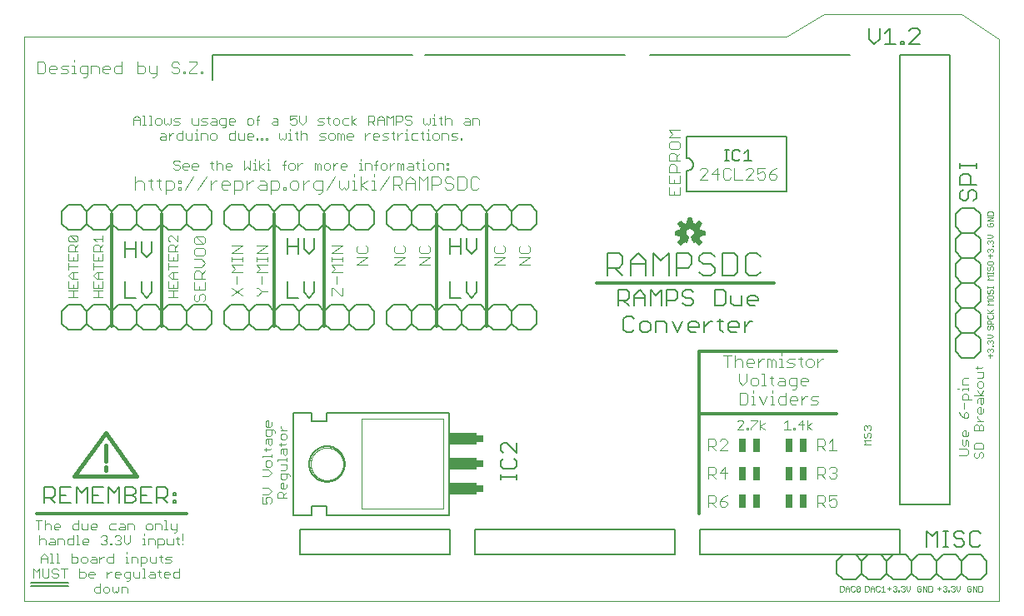
<source format=gto>
G75*
%MOIN*%
%OFA0B0*%
%FSLAX25Y25*%
%IPPOS*%
%LPD*%
%AMOC8*
5,1,8,0,0,1.08239X$1,22.5*
%
%ADD10C,0.00000*%
%ADD11C,0.00300*%
%ADD12C,0.00400*%
%ADD13C,0.00600*%
%ADD14C,0.00200*%
%ADD15C,0.00800*%
%ADD16C,0.01200*%
%ADD17C,0.01600*%
%ADD18C,0.00100*%
%ADD19C,0.00500*%
%ADD20R,0.02500X0.03000*%
%ADD21R,0.11000X0.05000*%
%ADD22C,0.00700*%
%ADD23R,0.02559X0.05512*%
%ADD24C,0.00591*%
D10*
X0045000Y0005000D02*
X0434951Y0005000D01*
X0434951Y0229961D01*
X0159500Y0060000D02*
X0159502Y0060161D01*
X0159508Y0060321D01*
X0159518Y0060482D01*
X0159532Y0060642D01*
X0159550Y0060802D01*
X0159571Y0060961D01*
X0159597Y0061120D01*
X0159627Y0061278D01*
X0159660Y0061435D01*
X0159698Y0061592D01*
X0159739Y0061747D01*
X0159784Y0061901D01*
X0159833Y0062054D01*
X0159886Y0062206D01*
X0159942Y0062357D01*
X0160003Y0062506D01*
X0160066Y0062654D01*
X0160134Y0062800D01*
X0160205Y0062944D01*
X0160279Y0063086D01*
X0160357Y0063227D01*
X0160439Y0063365D01*
X0160524Y0063502D01*
X0160612Y0063636D01*
X0160704Y0063768D01*
X0160799Y0063898D01*
X0160897Y0064026D01*
X0160998Y0064151D01*
X0161102Y0064273D01*
X0161209Y0064393D01*
X0161319Y0064510D01*
X0161432Y0064625D01*
X0161548Y0064736D01*
X0161667Y0064845D01*
X0161788Y0064950D01*
X0161912Y0065053D01*
X0162038Y0065153D01*
X0162166Y0065249D01*
X0162297Y0065342D01*
X0162431Y0065432D01*
X0162566Y0065519D01*
X0162704Y0065602D01*
X0162843Y0065682D01*
X0162985Y0065758D01*
X0163128Y0065831D01*
X0163273Y0065900D01*
X0163420Y0065966D01*
X0163568Y0066028D01*
X0163718Y0066086D01*
X0163869Y0066141D01*
X0164022Y0066192D01*
X0164176Y0066239D01*
X0164331Y0066282D01*
X0164487Y0066321D01*
X0164643Y0066357D01*
X0164801Y0066388D01*
X0164959Y0066416D01*
X0165118Y0066440D01*
X0165278Y0066460D01*
X0165438Y0066476D01*
X0165598Y0066488D01*
X0165759Y0066496D01*
X0165920Y0066500D01*
X0166080Y0066500D01*
X0166241Y0066496D01*
X0166402Y0066488D01*
X0166562Y0066476D01*
X0166722Y0066460D01*
X0166882Y0066440D01*
X0167041Y0066416D01*
X0167199Y0066388D01*
X0167357Y0066357D01*
X0167513Y0066321D01*
X0167669Y0066282D01*
X0167824Y0066239D01*
X0167978Y0066192D01*
X0168131Y0066141D01*
X0168282Y0066086D01*
X0168432Y0066028D01*
X0168580Y0065966D01*
X0168727Y0065900D01*
X0168872Y0065831D01*
X0169015Y0065758D01*
X0169157Y0065682D01*
X0169296Y0065602D01*
X0169434Y0065519D01*
X0169569Y0065432D01*
X0169703Y0065342D01*
X0169834Y0065249D01*
X0169962Y0065153D01*
X0170088Y0065053D01*
X0170212Y0064950D01*
X0170333Y0064845D01*
X0170452Y0064736D01*
X0170568Y0064625D01*
X0170681Y0064510D01*
X0170791Y0064393D01*
X0170898Y0064273D01*
X0171002Y0064151D01*
X0171103Y0064026D01*
X0171201Y0063898D01*
X0171296Y0063768D01*
X0171388Y0063636D01*
X0171476Y0063502D01*
X0171561Y0063365D01*
X0171643Y0063227D01*
X0171721Y0063086D01*
X0171795Y0062944D01*
X0171866Y0062800D01*
X0171934Y0062654D01*
X0171997Y0062506D01*
X0172058Y0062357D01*
X0172114Y0062206D01*
X0172167Y0062054D01*
X0172216Y0061901D01*
X0172261Y0061747D01*
X0172302Y0061592D01*
X0172340Y0061435D01*
X0172373Y0061278D01*
X0172403Y0061120D01*
X0172429Y0060961D01*
X0172450Y0060802D01*
X0172468Y0060642D01*
X0172482Y0060482D01*
X0172492Y0060321D01*
X0172498Y0060161D01*
X0172500Y0060000D01*
X0172498Y0059839D01*
X0172492Y0059679D01*
X0172482Y0059518D01*
X0172468Y0059358D01*
X0172450Y0059198D01*
X0172429Y0059039D01*
X0172403Y0058880D01*
X0172373Y0058722D01*
X0172340Y0058565D01*
X0172302Y0058408D01*
X0172261Y0058253D01*
X0172216Y0058099D01*
X0172167Y0057946D01*
X0172114Y0057794D01*
X0172058Y0057643D01*
X0171997Y0057494D01*
X0171934Y0057346D01*
X0171866Y0057200D01*
X0171795Y0057056D01*
X0171721Y0056914D01*
X0171643Y0056773D01*
X0171561Y0056635D01*
X0171476Y0056498D01*
X0171388Y0056364D01*
X0171296Y0056232D01*
X0171201Y0056102D01*
X0171103Y0055974D01*
X0171002Y0055849D01*
X0170898Y0055727D01*
X0170791Y0055607D01*
X0170681Y0055490D01*
X0170568Y0055375D01*
X0170452Y0055264D01*
X0170333Y0055155D01*
X0170212Y0055050D01*
X0170088Y0054947D01*
X0169962Y0054847D01*
X0169834Y0054751D01*
X0169703Y0054658D01*
X0169569Y0054568D01*
X0169434Y0054481D01*
X0169296Y0054398D01*
X0169157Y0054318D01*
X0169015Y0054242D01*
X0168872Y0054169D01*
X0168727Y0054100D01*
X0168580Y0054034D01*
X0168432Y0053972D01*
X0168282Y0053914D01*
X0168131Y0053859D01*
X0167978Y0053808D01*
X0167824Y0053761D01*
X0167669Y0053718D01*
X0167513Y0053679D01*
X0167357Y0053643D01*
X0167199Y0053612D01*
X0167041Y0053584D01*
X0166882Y0053560D01*
X0166722Y0053540D01*
X0166562Y0053524D01*
X0166402Y0053512D01*
X0166241Y0053504D01*
X0166080Y0053500D01*
X0165920Y0053500D01*
X0165759Y0053504D01*
X0165598Y0053512D01*
X0165438Y0053524D01*
X0165278Y0053540D01*
X0165118Y0053560D01*
X0164959Y0053584D01*
X0164801Y0053612D01*
X0164643Y0053643D01*
X0164487Y0053679D01*
X0164331Y0053718D01*
X0164176Y0053761D01*
X0164022Y0053808D01*
X0163869Y0053859D01*
X0163718Y0053914D01*
X0163568Y0053972D01*
X0163420Y0054034D01*
X0163273Y0054100D01*
X0163128Y0054169D01*
X0162985Y0054242D01*
X0162843Y0054318D01*
X0162704Y0054398D01*
X0162566Y0054481D01*
X0162431Y0054568D01*
X0162297Y0054658D01*
X0162166Y0054751D01*
X0162038Y0054847D01*
X0161912Y0054947D01*
X0161788Y0055050D01*
X0161667Y0055155D01*
X0161548Y0055264D01*
X0161432Y0055375D01*
X0161319Y0055490D01*
X0161209Y0055607D01*
X0161102Y0055727D01*
X0160998Y0055849D01*
X0160897Y0055974D01*
X0160799Y0056102D01*
X0160704Y0056232D01*
X0160612Y0056364D01*
X0160524Y0056498D01*
X0160439Y0056635D01*
X0160357Y0056773D01*
X0160279Y0056914D01*
X0160205Y0057056D01*
X0160134Y0057200D01*
X0160066Y0057346D01*
X0160003Y0057494D01*
X0159942Y0057643D01*
X0159886Y0057794D01*
X0159833Y0057946D01*
X0159784Y0058099D01*
X0159739Y0058253D01*
X0159698Y0058408D01*
X0159660Y0058565D01*
X0159627Y0058722D01*
X0159597Y0058880D01*
X0159571Y0059039D01*
X0159550Y0059198D01*
X0159532Y0059358D01*
X0159518Y0059518D01*
X0159508Y0059679D01*
X0159502Y0059839D01*
X0159500Y0060000D01*
X0045000Y0005000D02*
X0045000Y0229961D01*
D11*
X0088636Y0198369D02*
X0089870Y0199603D01*
X0091104Y0198369D01*
X0091104Y0195900D01*
X0092319Y0195900D02*
X0093553Y0195900D01*
X0092936Y0195900D02*
X0092936Y0199603D01*
X0092319Y0199603D01*
X0091104Y0197752D02*
X0088636Y0197752D01*
X0088636Y0198369D02*
X0088636Y0195900D01*
X0094774Y0195900D02*
X0096009Y0195900D01*
X0095391Y0195900D02*
X0095391Y0199603D01*
X0094774Y0199603D01*
X0097230Y0197752D02*
X0097230Y0196517D01*
X0097847Y0195900D01*
X0099081Y0195900D01*
X0099698Y0196517D01*
X0099698Y0197752D01*
X0099081Y0198369D01*
X0097847Y0198369D01*
X0097230Y0197752D01*
X0100913Y0198369D02*
X0100913Y0196517D01*
X0101530Y0195900D01*
X0102147Y0196517D01*
X0102764Y0195900D01*
X0103381Y0196517D01*
X0103381Y0198369D01*
X0104596Y0197752D02*
X0105213Y0198369D01*
X0107065Y0198369D01*
X0106447Y0197134D02*
X0105213Y0197134D01*
X0104596Y0197752D01*
X0104596Y0195900D02*
X0106447Y0195900D01*
X0107065Y0196517D01*
X0106447Y0197134D01*
X0108292Y0193603D02*
X0108292Y0189900D01*
X0106441Y0189900D01*
X0105824Y0190517D01*
X0105824Y0191752D01*
X0106441Y0192369D01*
X0108292Y0192369D01*
X0109507Y0192369D02*
X0109507Y0190517D01*
X0110124Y0189900D01*
X0111975Y0189900D01*
X0111975Y0192369D01*
X0113190Y0192369D02*
X0113807Y0192369D01*
X0113807Y0189900D01*
X0113190Y0189900D02*
X0114424Y0189900D01*
X0115645Y0189900D02*
X0115645Y0192369D01*
X0117497Y0192369D01*
X0118114Y0191752D01*
X0118114Y0189900D01*
X0119328Y0190517D02*
X0119946Y0189900D01*
X0121180Y0189900D01*
X0121797Y0190517D01*
X0121797Y0191752D01*
X0121180Y0192369D01*
X0119946Y0192369D01*
X0119328Y0191752D01*
X0119328Y0190517D01*
X0124246Y0194666D02*
X0124863Y0194666D01*
X0125480Y0195283D01*
X0125480Y0198369D01*
X0123629Y0198369D01*
X0123012Y0197752D01*
X0123012Y0196517D01*
X0123629Y0195900D01*
X0125480Y0195900D01*
X0126695Y0196517D02*
X0126695Y0197752D01*
X0127312Y0198369D01*
X0128546Y0198369D01*
X0129163Y0197752D01*
X0129163Y0197134D01*
X0126695Y0197134D01*
X0126695Y0196517D02*
X0127312Y0195900D01*
X0128546Y0195900D01*
X0129163Y0193603D02*
X0129163Y0189900D01*
X0127312Y0189900D01*
X0126695Y0190517D01*
X0126695Y0191752D01*
X0127312Y0192369D01*
X0129163Y0192369D01*
X0130378Y0192369D02*
X0130378Y0190517D01*
X0130995Y0189900D01*
X0132847Y0189900D01*
X0132847Y0192369D01*
X0134061Y0191752D02*
X0134678Y0192369D01*
X0135913Y0192369D01*
X0136530Y0191752D01*
X0136530Y0191134D01*
X0134061Y0191134D01*
X0134061Y0190517D02*
X0134061Y0191752D01*
X0134061Y0190517D02*
X0134678Y0189900D01*
X0135913Y0189900D01*
X0137744Y0189900D02*
X0138361Y0189900D01*
X0138361Y0190517D01*
X0137744Y0190517D01*
X0137744Y0189900D01*
X0139586Y0189900D02*
X0140203Y0189900D01*
X0140203Y0190517D01*
X0139586Y0190517D01*
X0139586Y0189900D01*
X0141427Y0189900D02*
X0141427Y0190517D01*
X0142044Y0190517D01*
X0142044Y0189900D01*
X0141427Y0189900D01*
X0146952Y0190517D02*
X0147569Y0189900D01*
X0148186Y0190517D01*
X0148804Y0189900D01*
X0149421Y0190517D01*
X0149421Y0192369D01*
X0150635Y0192369D02*
X0151252Y0192369D01*
X0151252Y0189900D01*
X0150635Y0189900D02*
X0151870Y0189900D01*
X0153708Y0190517D02*
X0154325Y0189900D01*
X0153708Y0190517D02*
X0153708Y0192986D01*
X0153091Y0192369D02*
X0154325Y0192369D01*
X0155546Y0191752D02*
X0156163Y0192369D01*
X0157398Y0192369D01*
X0158015Y0191752D01*
X0158015Y0189900D01*
X0155546Y0189900D02*
X0155546Y0193603D01*
X0156167Y0195900D02*
X0157401Y0197134D01*
X0157401Y0199603D01*
X0154932Y0199603D02*
X0154932Y0197134D01*
X0156167Y0195900D01*
X0153718Y0196517D02*
X0153101Y0195900D01*
X0151866Y0195900D01*
X0151249Y0196517D01*
X0151249Y0197752D02*
X0152483Y0198369D01*
X0153101Y0198369D01*
X0153718Y0197752D01*
X0153718Y0196517D01*
X0151249Y0197752D02*
X0151249Y0199603D01*
X0153718Y0199603D01*
X0151252Y0194220D02*
X0151252Y0193603D01*
X0146952Y0192369D02*
X0146952Y0190517D01*
X0146351Y0195900D02*
X0144500Y0195900D01*
X0143883Y0196517D01*
X0144500Y0197134D01*
X0146351Y0197134D01*
X0146351Y0197752D02*
X0146351Y0195900D01*
X0146351Y0197752D02*
X0145734Y0198369D01*
X0144500Y0198369D01*
X0138979Y0197752D02*
X0137744Y0197752D01*
X0136530Y0197752D02*
X0135913Y0198369D01*
X0134678Y0198369D01*
X0134061Y0197752D01*
X0134061Y0196517D01*
X0134678Y0195900D01*
X0135913Y0195900D01*
X0136530Y0196517D01*
X0136530Y0197752D01*
X0138361Y0198986D02*
X0138979Y0199603D01*
X0138361Y0198986D02*
X0138361Y0195900D01*
X0121797Y0195900D02*
X0119946Y0195900D01*
X0119328Y0196517D01*
X0119946Y0197134D01*
X0121797Y0197134D01*
X0121797Y0197752D02*
X0121797Y0195900D01*
X0121797Y0197752D02*
X0121180Y0198369D01*
X0119946Y0198369D01*
X0118114Y0198369D02*
X0116262Y0198369D01*
X0115645Y0197752D01*
X0116262Y0197134D01*
X0117497Y0197134D01*
X0118114Y0196517D01*
X0117497Y0195900D01*
X0115645Y0195900D01*
X0114431Y0195900D02*
X0114431Y0198369D01*
X0111962Y0198369D02*
X0111962Y0196517D01*
X0112579Y0195900D01*
X0114431Y0195900D01*
X0113807Y0194220D02*
X0113807Y0193603D01*
X0104606Y0192369D02*
X0103989Y0192369D01*
X0102754Y0191134D01*
X0101540Y0191134D02*
X0099688Y0191134D01*
X0099071Y0190517D01*
X0099688Y0189900D01*
X0101540Y0189900D01*
X0101540Y0191752D01*
X0100923Y0192369D01*
X0099688Y0192369D01*
X0102754Y0192369D02*
X0102754Y0189900D01*
X0105213Y0181603D02*
X0104596Y0180986D01*
X0104596Y0180369D01*
X0105213Y0179752D01*
X0106447Y0179752D01*
X0107065Y0179134D01*
X0107065Y0178517D01*
X0106447Y0177900D01*
X0105213Y0177900D01*
X0104596Y0178517D01*
X0105213Y0181603D02*
X0106447Y0181603D01*
X0107065Y0180986D01*
X0108279Y0179752D02*
X0108896Y0180369D01*
X0110131Y0180369D01*
X0110748Y0179752D01*
X0110748Y0179134D01*
X0108279Y0179134D01*
X0108279Y0178517D02*
X0108279Y0179752D01*
X0108279Y0178517D02*
X0108896Y0177900D01*
X0110131Y0177900D01*
X0111962Y0178517D02*
X0112579Y0177900D01*
X0113814Y0177900D01*
X0114431Y0179134D02*
X0111962Y0179134D01*
X0111962Y0178517D02*
X0111962Y0179752D01*
X0112579Y0180369D01*
X0113814Y0180369D01*
X0114431Y0179752D01*
X0114431Y0179134D01*
X0119328Y0180369D02*
X0120563Y0180369D01*
X0119946Y0180986D02*
X0119946Y0178517D01*
X0120563Y0177900D01*
X0121784Y0177900D02*
X0121784Y0181603D01*
X0122401Y0180369D02*
X0123635Y0180369D01*
X0124253Y0179752D01*
X0124253Y0177900D01*
X0125467Y0178517D02*
X0126084Y0177900D01*
X0127319Y0177900D01*
X0127936Y0179134D02*
X0125467Y0179134D01*
X0125467Y0178517D02*
X0125467Y0179752D01*
X0126084Y0180369D01*
X0127319Y0180369D01*
X0127936Y0179752D01*
X0127936Y0179134D01*
X0132833Y0177900D02*
X0134068Y0179134D01*
X0135302Y0177900D01*
X0135302Y0181603D01*
X0136516Y0180369D02*
X0137134Y0180369D01*
X0137134Y0177900D01*
X0137751Y0177900D02*
X0136516Y0177900D01*
X0138972Y0177900D02*
X0138972Y0181603D01*
X0137134Y0181603D02*
X0137134Y0182220D01*
X0138972Y0179134D02*
X0140823Y0180369D01*
X0142041Y0180369D02*
X0142658Y0180369D01*
X0142658Y0177900D01*
X0142041Y0177900D02*
X0143276Y0177900D01*
X0140823Y0177900D02*
X0138972Y0179134D01*
X0142658Y0181603D02*
X0142658Y0182220D01*
X0148180Y0179752D02*
X0149414Y0179752D01*
X0150635Y0179752D02*
X0150635Y0178517D01*
X0151252Y0177900D01*
X0152487Y0177900D01*
X0153104Y0178517D01*
X0153104Y0179752D01*
X0152487Y0180369D01*
X0151252Y0180369D01*
X0150635Y0179752D01*
X0148797Y0180986D02*
X0148797Y0177900D01*
X0148797Y0180986D02*
X0149414Y0181603D01*
X0154318Y0180369D02*
X0154318Y0177900D01*
X0154318Y0179134D02*
X0155553Y0180369D01*
X0156170Y0180369D01*
X0161071Y0180369D02*
X0161071Y0177900D01*
X0162305Y0177900D02*
X0162305Y0179752D01*
X0162922Y0180369D01*
X0163539Y0179752D01*
X0163539Y0177900D01*
X0164754Y0178517D02*
X0165371Y0177900D01*
X0166605Y0177900D01*
X0167223Y0178517D01*
X0167223Y0179752D01*
X0166605Y0180369D01*
X0165371Y0180369D01*
X0164754Y0179752D01*
X0164754Y0178517D01*
X0162305Y0179752D02*
X0161688Y0180369D01*
X0161071Y0180369D01*
X0168437Y0180369D02*
X0168437Y0177900D01*
X0168437Y0179134D02*
X0169671Y0180369D01*
X0170289Y0180369D01*
X0171506Y0179752D02*
X0172123Y0180369D01*
X0173358Y0180369D01*
X0173975Y0179752D01*
X0173975Y0179134D01*
X0171506Y0179134D01*
X0171506Y0178517D02*
X0171506Y0179752D01*
X0171506Y0178517D02*
X0172123Y0177900D01*
X0173358Y0177900D01*
X0178873Y0177900D02*
X0180107Y0177900D01*
X0179490Y0177900D02*
X0179490Y0180369D01*
X0178873Y0180369D01*
X0179490Y0181603D02*
X0179490Y0182220D01*
X0181328Y0180369D02*
X0183180Y0180369D01*
X0183797Y0179752D01*
X0183797Y0177900D01*
X0185628Y0177900D02*
X0185628Y0180986D01*
X0186246Y0181603D01*
X0186246Y0179752D02*
X0185011Y0179752D01*
X0187467Y0179752D02*
X0187467Y0178517D01*
X0188084Y0177900D01*
X0189318Y0177900D01*
X0189935Y0178517D01*
X0189935Y0179752D01*
X0189318Y0180369D01*
X0188084Y0180369D01*
X0187467Y0179752D01*
X0191150Y0180369D02*
X0191150Y0177900D01*
X0191150Y0179134D02*
X0192384Y0180369D01*
X0193001Y0180369D01*
X0194219Y0180369D02*
X0194836Y0180369D01*
X0195453Y0179752D01*
X0196071Y0180369D01*
X0196688Y0179752D01*
X0196688Y0177900D01*
X0195453Y0177900D02*
X0195453Y0179752D01*
X0194219Y0180369D02*
X0194219Y0177900D01*
X0197902Y0178517D02*
X0198519Y0179134D01*
X0200371Y0179134D01*
X0200371Y0179752D02*
X0200371Y0177900D01*
X0198519Y0177900D01*
X0197902Y0178517D01*
X0198519Y0180369D02*
X0199754Y0180369D01*
X0200371Y0179752D01*
X0201585Y0180369D02*
X0202820Y0180369D01*
X0202202Y0180986D02*
X0202202Y0178517D01*
X0202820Y0177900D01*
X0204041Y0177900D02*
X0205275Y0177900D01*
X0204658Y0177900D02*
X0204658Y0180369D01*
X0204041Y0180369D01*
X0204658Y0181603D02*
X0204658Y0182220D01*
X0207113Y0180369D02*
X0206496Y0179752D01*
X0206496Y0178517D01*
X0207113Y0177900D01*
X0208348Y0177900D01*
X0208965Y0178517D01*
X0208965Y0179752D01*
X0208348Y0180369D01*
X0207113Y0180369D01*
X0210179Y0180369D02*
X0210179Y0177900D01*
X0210179Y0180369D02*
X0212031Y0180369D01*
X0212648Y0179752D01*
X0212648Y0177900D01*
X0213862Y0177900D02*
X0213862Y0178517D01*
X0214480Y0178517D01*
X0214480Y0177900D01*
X0213862Y0177900D01*
X0213862Y0179752D02*
X0213862Y0180369D01*
X0214480Y0180369D01*
X0214480Y0179752D01*
X0213862Y0179752D01*
X0214490Y0189900D02*
X0214490Y0191752D01*
X0213872Y0192369D01*
X0212021Y0192369D01*
X0212021Y0189900D01*
X0210806Y0190517D02*
X0210189Y0189900D01*
X0208955Y0189900D01*
X0208338Y0190517D01*
X0208338Y0191752D01*
X0208955Y0192369D01*
X0210189Y0192369D01*
X0210806Y0191752D01*
X0210806Y0190517D01*
X0207117Y0189900D02*
X0205882Y0189900D01*
X0206499Y0189900D02*
X0206499Y0192369D01*
X0205882Y0192369D01*
X0204661Y0192369D02*
X0203427Y0192369D01*
X0204044Y0192986D02*
X0204044Y0190517D01*
X0204661Y0189900D01*
X0202212Y0189900D02*
X0200361Y0189900D01*
X0199744Y0190517D01*
X0199744Y0191752D01*
X0200361Y0192369D01*
X0202212Y0192369D01*
X0197905Y0192369D02*
X0197905Y0189900D01*
X0197288Y0189900D02*
X0198523Y0189900D01*
X0197905Y0192369D02*
X0197288Y0192369D01*
X0196071Y0192369D02*
X0195453Y0192369D01*
X0194219Y0191134D01*
X0194219Y0189900D02*
X0194219Y0192369D01*
X0192998Y0192369D02*
X0191764Y0192369D01*
X0192381Y0192986D02*
X0192381Y0190517D01*
X0192998Y0189900D01*
X0190549Y0190517D02*
X0189932Y0191134D01*
X0188698Y0191134D01*
X0188080Y0191752D01*
X0188698Y0192369D01*
X0190549Y0192369D01*
X0190549Y0190517D02*
X0189932Y0189900D01*
X0188080Y0189900D01*
X0186866Y0191134D02*
X0184397Y0191134D01*
X0184397Y0190517D02*
X0184397Y0191752D01*
X0185014Y0192369D01*
X0186249Y0192369D01*
X0186866Y0191752D01*
X0186866Y0191134D01*
X0186249Y0189900D02*
X0185014Y0189900D01*
X0184397Y0190517D01*
X0183180Y0192369D02*
X0182562Y0192369D01*
X0181328Y0191134D01*
X0181328Y0189900D02*
X0181328Y0192369D01*
X0176430Y0191752D02*
X0176430Y0191134D01*
X0173962Y0191134D01*
X0173962Y0190517D02*
X0173962Y0191752D01*
X0174579Y0192369D01*
X0175813Y0192369D01*
X0176430Y0191752D01*
X0175813Y0189900D02*
X0174579Y0189900D01*
X0173962Y0190517D01*
X0172747Y0189900D02*
X0172747Y0191752D01*
X0172130Y0192369D01*
X0171513Y0191752D01*
X0171513Y0189900D01*
X0170279Y0189900D02*
X0170279Y0192369D01*
X0170896Y0192369D01*
X0171513Y0191752D01*
X0169064Y0191752D02*
X0168447Y0192369D01*
X0167213Y0192369D01*
X0166595Y0191752D01*
X0166595Y0190517D01*
X0167213Y0189900D01*
X0168447Y0189900D01*
X0169064Y0190517D01*
X0169064Y0191752D01*
X0165381Y0192369D02*
X0163529Y0192369D01*
X0162912Y0191752D01*
X0163529Y0191134D01*
X0164764Y0191134D01*
X0165381Y0190517D01*
X0164764Y0189900D01*
X0162912Y0189900D01*
X0162298Y0195900D02*
X0164150Y0195900D01*
X0164767Y0196517D01*
X0164150Y0197134D01*
X0162916Y0197134D01*
X0162298Y0197752D01*
X0162916Y0198369D01*
X0164767Y0198369D01*
X0165982Y0198369D02*
X0167216Y0198369D01*
X0166599Y0198986D02*
X0166599Y0196517D01*
X0167216Y0195900D01*
X0168437Y0196517D02*
X0169054Y0195900D01*
X0170289Y0195900D01*
X0170906Y0196517D01*
X0170906Y0197752D01*
X0170289Y0198369D01*
X0169054Y0198369D01*
X0168437Y0197752D01*
X0168437Y0196517D01*
X0172120Y0196517D02*
X0172120Y0197752D01*
X0172737Y0198369D01*
X0174589Y0198369D01*
X0175803Y0199603D02*
X0175803Y0195900D01*
X0174589Y0195900D02*
X0172737Y0195900D01*
X0172120Y0196517D01*
X0175803Y0197134D02*
X0177655Y0198369D01*
X0175803Y0197134D02*
X0177655Y0195900D01*
X0182556Y0195900D02*
X0182556Y0199603D01*
X0184407Y0199603D01*
X0185024Y0198986D01*
X0185024Y0197752D01*
X0184407Y0197134D01*
X0182556Y0197134D01*
X0183790Y0197134D02*
X0185024Y0195900D01*
X0186239Y0195900D02*
X0186239Y0198369D01*
X0187473Y0199603D01*
X0188708Y0198369D01*
X0188708Y0195900D01*
X0189922Y0195900D02*
X0189922Y0199603D01*
X0191156Y0198369D01*
X0192391Y0199603D01*
X0192391Y0195900D01*
X0193605Y0195900D02*
X0193605Y0199603D01*
X0195457Y0199603D01*
X0196074Y0198986D01*
X0196074Y0197752D01*
X0195457Y0197134D01*
X0193605Y0197134D01*
X0197288Y0196517D02*
X0197905Y0195900D01*
X0199140Y0195900D01*
X0199757Y0196517D01*
X0199757Y0197134D01*
X0199140Y0197752D01*
X0197905Y0197752D01*
X0197288Y0198369D01*
X0197288Y0198986D01*
X0197905Y0199603D01*
X0199140Y0199603D01*
X0199757Y0198986D01*
X0204655Y0198369D02*
X0204655Y0196517D01*
X0205272Y0195900D01*
X0205889Y0196517D01*
X0206506Y0195900D01*
X0207123Y0196517D01*
X0207123Y0198369D01*
X0208338Y0198369D02*
X0208955Y0198369D01*
X0208955Y0195900D01*
X0208338Y0195900D02*
X0209572Y0195900D01*
X0211410Y0196517D02*
X0211410Y0198986D01*
X0210793Y0198369D02*
X0212028Y0198369D01*
X0213249Y0197752D02*
X0213866Y0198369D01*
X0215100Y0198369D01*
X0215717Y0197752D01*
X0215717Y0195900D01*
X0213249Y0195900D02*
X0213249Y0199603D01*
X0211410Y0196517D02*
X0212028Y0195900D01*
X0208955Y0199603D02*
X0208955Y0200220D01*
X0206499Y0194220D02*
X0206499Y0193603D01*
X0197905Y0193603D02*
X0197905Y0194220D01*
X0188708Y0197752D02*
X0186239Y0197752D01*
X0215704Y0191752D02*
X0216321Y0192369D01*
X0218173Y0192369D01*
X0217556Y0191134D02*
X0216321Y0191134D01*
X0215704Y0191752D01*
X0215704Y0189900D02*
X0217556Y0189900D01*
X0218173Y0190517D01*
X0217556Y0191134D01*
X0219387Y0190517D02*
X0219387Y0189900D01*
X0220004Y0189900D01*
X0220004Y0190517D01*
X0219387Y0190517D01*
X0221232Y0195900D02*
X0220615Y0196517D01*
X0221232Y0197134D01*
X0223084Y0197134D01*
X0223084Y0197752D02*
X0223084Y0195900D01*
X0221232Y0195900D01*
X0221232Y0198369D02*
X0222466Y0198369D01*
X0223084Y0197752D01*
X0224298Y0198369D02*
X0224298Y0195900D01*
X0224298Y0198369D02*
X0226150Y0198369D01*
X0226767Y0197752D01*
X0226767Y0195900D01*
X0181328Y0180369D02*
X0181328Y0177900D01*
X0132833Y0177900D02*
X0132833Y0181603D01*
X0122401Y0180369D02*
X0121784Y0179752D01*
X0106350Y0151436D02*
X0106350Y0148967D01*
X0103881Y0151436D01*
X0103264Y0151436D01*
X0102647Y0150818D01*
X0102647Y0149584D01*
X0103264Y0148967D01*
X0103264Y0147752D02*
X0104498Y0147752D01*
X0105116Y0147135D01*
X0105116Y0145284D01*
X0106350Y0145284D02*
X0102647Y0145284D01*
X0102647Y0147135D01*
X0103264Y0147752D01*
X0105116Y0146518D02*
X0106350Y0147752D01*
X0106350Y0144069D02*
X0106350Y0141601D01*
X0102647Y0141601D01*
X0102647Y0144069D01*
X0104498Y0142835D02*
X0104498Y0141601D01*
X0102647Y0140386D02*
X0102647Y0137917D01*
X0102647Y0139152D02*
X0106350Y0139152D01*
X0106350Y0136703D02*
X0103881Y0136703D01*
X0102647Y0135469D01*
X0103881Y0134234D01*
X0106350Y0134234D01*
X0106350Y0133020D02*
X0106350Y0130551D01*
X0102647Y0130551D01*
X0102647Y0133020D01*
X0104498Y0134234D02*
X0104498Y0136703D01*
X0104498Y0131786D02*
X0104498Y0130551D01*
X0104498Y0129337D02*
X0104498Y0126868D01*
X0102647Y0126868D02*
X0106350Y0126868D01*
X0106350Y0129337D02*
X0102647Y0129337D01*
X0076350Y0129337D02*
X0072647Y0129337D01*
X0072647Y0130551D02*
X0076350Y0130551D01*
X0076350Y0133020D01*
X0076350Y0134234D02*
X0073881Y0134234D01*
X0072647Y0135469D01*
X0073881Y0136703D01*
X0076350Y0136703D01*
X0074498Y0136703D02*
X0074498Y0134234D01*
X0072647Y0133020D02*
X0072647Y0130551D01*
X0074498Y0130551D02*
X0074498Y0131786D01*
X0074498Y0129337D02*
X0074498Y0126868D01*
X0072647Y0126868D02*
X0076350Y0126868D01*
X0066350Y0126868D02*
X0062647Y0126868D01*
X0064498Y0126868D02*
X0064498Y0129337D01*
X0064498Y0130551D02*
X0064498Y0131786D01*
X0062647Y0133020D02*
X0062647Y0130551D01*
X0066350Y0130551D01*
X0066350Y0133020D01*
X0066350Y0134234D02*
X0063881Y0134234D01*
X0062647Y0135469D01*
X0063881Y0136703D01*
X0066350Y0136703D01*
X0064498Y0136703D02*
X0064498Y0134234D01*
X0062647Y0137917D02*
X0062647Y0140386D01*
X0062647Y0141601D02*
X0066350Y0141601D01*
X0066350Y0144069D01*
X0066350Y0145284D02*
X0062647Y0145284D01*
X0062647Y0147135D01*
X0063264Y0147752D01*
X0064498Y0147752D01*
X0065116Y0147135D01*
X0065116Y0145284D01*
X0065116Y0146518D02*
X0066350Y0147752D01*
X0065733Y0148967D02*
X0063264Y0148967D01*
X0062647Y0149584D01*
X0062647Y0150818D01*
X0063264Y0151436D01*
X0065733Y0148967D01*
X0066350Y0149584D01*
X0066350Y0150818D01*
X0065733Y0151436D01*
X0063264Y0151436D01*
X0072647Y0150201D02*
X0076350Y0150201D01*
X0076350Y0148967D02*
X0076350Y0151436D01*
X0073881Y0148967D02*
X0072647Y0150201D01*
X0073264Y0147752D02*
X0074498Y0147752D01*
X0075116Y0147135D01*
X0075116Y0145284D01*
X0076350Y0145284D02*
X0072647Y0145284D01*
X0072647Y0147135D01*
X0073264Y0147752D01*
X0075116Y0146518D02*
X0076350Y0147752D01*
X0076350Y0144069D02*
X0076350Y0141601D01*
X0072647Y0141601D01*
X0072647Y0144069D01*
X0074498Y0142835D02*
X0074498Y0141601D01*
X0072647Y0140386D02*
X0072647Y0137917D01*
X0072647Y0139152D02*
X0076350Y0139152D01*
X0066350Y0139152D02*
X0062647Y0139152D01*
X0062647Y0141601D02*
X0062647Y0144069D01*
X0064498Y0142835D02*
X0064498Y0141601D01*
X0062647Y0129337D02*
X0066350Y0129337D01*
X0141381Y0076756D02*
X0141998Y0077374D01*
X0142616Y0077374D01*
X0142616Y0074905D01*
X0143233Y0074905D02*
X0141998Y0074905D01*
X0141381Y0075522D01*
X0141381Y0076756D01*
X0143850Y0076756D02*
X0143850Y0075522D01*
X0143233Y0074905D01*
X0143850Y0073690D02*
X0143850Y0071839D01*
X0143233Y0071222D01*
X0141998Y0071222D01*
X0141381Y0071839D01*
X0141381Y0073690D01*
X0144467Y0073690D01*
X0145084Y0073073D01*
X0145084Y0072456D01*
X0147381Y0073370D02*
X0149850Y0073370D01*
X0148616Y0073370D02*
X0147381Y0074605D01*
X0147381Y0075222D01*
X0147998Y0072156D02*
X0147381Y0071539D01*
X0147381Y0070304D01*
X0147998Y0069687D01*
X0149233Y0069687D01*
X0149850Y0070304D01*
X0149850Y0071539D01*
X0149233Y0072156D01*
X0147998Y0072156D01*
X0147381Y0068466D02*
X0147381Y0067232D01*
X0146764Y0067849D02*
X0149233Y0067849D01*
X0149850Y0068466D01*
X0149850Y0066017D02*
X0147998Y0066017D01*
X0147381Y0065400D01*
X0147381Y0064166D01*
X0148616Y0064166D02*
X0148616Y0066017D01*
X0149850Y0066017D02*
X0149850Y0064166D01*
X0149233Y0063548D01*
X0148616Y0064166D01*
X0149850Y0062327D02*
X0149850Y0061093D01*
X0149850Y0061710D02*
X0146147Y0061710D01*
X0146147Y0061093D01*
X0147381Y0059879D02*
X0149850Y0059879D01*
X0149850Y0058027D01*
X0149233Y0057410D01*
X0147381Y0057410D01*
X0147381Y0056196D02*
X0147381Y0054344D01*
X0147998Y0053727D01*
X0149233Y0053727D01*
X0149850Y0054344D01*
X0149850Y0056196D01*
X0150467Y0056196D02*
X0147381Y0056196D01*
X0150467Y0056196D02*
X0151084Y0055578D01*
X0151084Y0054961D01*
X0149850Y0051895D02*
X0149850Y0050661D01*
X0149233Y0050044D01*
X0147998Y0050044D01*
X0147381Y0050661D01*
X0147381Y0051895D01*
X0147998Y0052512D01*
X0148616Y0052512D01*
X0148616Y0050044D01*
X0147998Y0048829D02*
X0148616Y0048212D01*
X0148616Y0046360D01*
X0149850Y0046360D02*
X0146147Y0046360D01*
X0146147Y0048212D01*
X0146764Y0048829D01*
X0147998Y0048829D01*
X0148616Y0047595D02*
X0149850Y0048829D01*
X0143850Y0049130D02*
X0142616Y0047895D01*
X0140147Y0047895D01*
X0140147Y0046681D02*
X0140147Y0044212D01*
X0141998Y0044212D01*
X0141381Y0045446D01*
X0141381Y0046064D01*
X0141998Y0046681D01*
X0143233Y0046681D01*
X0143850Y0046064D01*
X0143850Y0044829D01*
X0143233Y0044212D01*
X0143850Y0049130D02*
X0142616Y0050364D01*
X0140147Y0050364D01*
X0140147Y0055261D02*
X0142616Y0055261D01*
X0143850Y0056496D01*
X0142616Y0057730D01*
X0140147Y0057730D01*
X0141381Y0059562D02*
X0141998Y0058945D01*
X0143233Y0058945D01*
X0143850Y0059562D01*
X0143850Y0060796D01*
X0143233Y0061413D01*
X0141998Y0061413D01*
X0141381Y0060796D01*
X0141381Y0059562D01*
X0140147Y0062628D02*
X0140147Y0063245D01*
X0143850Y0063245D01*
X0143850Y0062628D02*
X0143850Y0063862D01*
X0143233Y0065700D02*
X0143850Y0066318D01*
X0143233Y0065700D02*
X0140764Y0065700D01*
X0141381Y0065083D02*
X0141381Y0066318D01*
X0141381Y0068156D02*
X0141381Y0069390D01*
X0141998Y0070007D01*
X0143850Y0070007D01*
X0143850Y0068156D01*
X0143233Y0067539D01*
X0142616Y0068156D01*
X0142616Y0070007D01*
X0101638Y0037353D02*
X0101638Y0033650D01*
X0101021Y0033650D02*
X0102256Y0033650D01*
X0103477Y0034267D02*
X0104094Y0033650D01*
X0105945Y0033650D01*
X0105945Y0033033D02*
X0105328Y0032416D01*
X0104711Y0032416D01*
X0105945Y0033033D02*
X0105945Y0036119D01*
X0103477Y0036119D02*
X0103477Y0034267D01*
X0101638Y0037353D02*
X0101021Y0037353D01*
X0099190Y0036119D02*
X0099807Y0035502D01*
X0099807Y0033650D01*
X0097338Y0033650D02*
X0097338Y0036119D01*
X0099190Y0036119D01*
X0096124Y0035502D02*
X0095506Y0036119D01*
X0094272Y0036119D01*
X0093655Y0035502D01*
X0093655Y0034267D01*
X0094272Y0033650D01*
X0095506Y0033650D01*
X0096124Y0034267D01*
X0096124Y0035502D01*
X0092737Y0031970D02*
X0092737Y0031353D01*
X0092737Y0030119D02*
X0092737Y0027650D01*
X0092120Y0027650D02*
X0093355Y0027650D01*
X0094576Y0027650D02*
X0094576Y0030119D01*
X0096427Y0030119D01*
X0097044Y0029502D01*
X0097044Y0027650D01*
X0098259Y0027650D02*
X0100110Y0027650D01*
X0100728Y0028267D01*
X0100728Y0029502D01*
X0100110Y0030119D01*
X0098259Y0030119D01*
X0098259Y0026416D01*
X0099490Y0023486D02*
X0099490Y0021017D01*
X0100107Y0020400D01*
X0101328Y0020400D02*
X0103180Y0020400D01*
X0103797Y0021017D01*
X0103180Y0021634D01*
X0101945Y0021634D01*
X0101328Y0022252D01*
X0101945Y0022869D01*
X0103797Y0022869D01*
X0100107Y0022869D02*
X0098873Y0022869D01*
X0097658Y0022869D02*
X0097658Y0020400D01*
X0095807Y0020400D01*
X0095189Y0021017D01*
X0095189Y0022869D01*
X0093975Y0022252D02*
X0093975Y0021017D01*
X0093358Y0020400D01*
X0091506Y0020400D01*
X0090292Y0020400D02*
X0090292Y0022252D01*
X0089675Y0022869D01*
X0087823Y0022869D01*
X0087823Y0020400D01*
X0086602Y0020400D02*
X0085368Y0020400D01*
X0085985Y0020400D02*
X0085985Y0022869D01*
X0085368Y0022869D01*
X0085985Y0024103D02*
X0085985Y0024720D01*
X0085988Y0027650D02*
X0087223Y0028884D01*
X0087223Y0031353D01*
X0084754Y0031353D02*
X0084754Y0028884D01*
X0085988Y0027650D01*
X0083540Y0028267D02*
X0082922Y0027650D01*
X0081688Y0027650D01*
X0081071Y0028267D01*
X0079846Y0028267D02*
X0079846Y0027650D01*
X0079229Y0027650D01*
X0079229Y0028267D01*
X0079846Y0028267D01*
X0078015Y0028267D02*
X0077398Y0027650D01*
X0076163Y0027650D01*
X0075546Y0028267D01*
X0076780Y0029502D02*
X0077398Y0029502D01*
X0078015Y0028884D01*
X0078015Y0028267D01*
X0077398Y0029502D02*
X0078015Y0030119D01*
X0078015Y0030736D01*
X0077398Y0031353D01*
X0076163Y0031353D01*
X0075546Y0030736D01*
X0073408Y0033650D02*
X0072173Y0033650D01*
X0071556Y0034267D01*
X0071556Y0035502D01*
X0072173Y0036119D01*
X0073408Y0036119D01*
X0074025Y0035502D01*
X0074025Y0034884D01*
X0071556Y0034884D01*
X0070342Y0033650D02*
X0070342Y0036119D01*
X0070342Y0033650D02*
X0068490Y0033650D01*
X0067873Y0034267D01*
X0067873Y0036119D01*
X0066658Y0036119D02*
X0064807Y0036119D01*
X0064190Y0035502D01*
X0064190Y0034267D01*
X0064807Y0033650D01*
X0066658Y0033650D01*
X0066658Y0037353D01*
X0059292Y0035502D02*
X0059292Y0034884D01*
X0056823Y0034884D01*
X0056823Y0034267D02*
X0056823Y0035502D01*
X0057441Y0036119D01*
X0058675Y0036119D01*
X0059292Y0035502D01*
X0058675Y0033650D02*
X0057441Y0033650D01*
X0056823Y0034267D01*
X0055609Y0033650D02*
X0055609Y0035502D01*
X0054992Y0036119D01*
X0053757Y0036119D01*
X0053140Y0035502D01*
X0053140Y0037353D02*
X0053140Y0033650D01*
X0050691Y0033650D02*
X0050691Y0037353D01*
X0049457Y0037353D02*
X0051926Y0037353D01*
X0050992Y0031353D02*
X0050992Y0027650D01*
X0050992Y0029502D02*
X0051609Y0030119D01*
X0052843Y0030119D01*
X0053461Y0029502D01*
X0053461Y0027650D01*
X0054675Y0028267D02*
X0055292Y0028884D01*
X0057144Y0028884D01*
X0057144Y0029502D02*
X0057144Y0027650D01*
X0055292Y0027650D01*
X0054675Y0028267D01*
X0055292Y0030119D02*
X0056526Y0030119D01*
X0057144Y0029502D01*
X0058358Y0030119D02*
X0060210Y0030119D01*
X0060827Y0029502D01*
X0060827Y0027650D01*
X0062041Y0028267D02*
X0062041Y0029502D01*
X0062658Y0030119D01*
X0064510Y0030119D01*
X0064510Y0031353D02*
X0064510Y0027650D01*
X0062658Y0027650D01*
X0062041Y0028267D01*
X0058358Y0027650D02*
X0058358Y0030119D01*
X0065724Y0031353D02*
X0066342Y0031353D01*
X0066342Y0027650D01*
X0066959Y0027650D02*
X0065724Y0027650D01*
X0068180Y0028267D02*
X0068180Y0029502D01*
X0068797Y0030119D01*
X0070031Y0030119D01*
X0070649Y0029502D01*
X0070649Y0028884D01*
X0068180Y0028884D01*
X0068180Y0028267D02*
X0068797Y0027650D01*
X0070031Y0027650D01*
X0069417Y0022869D02*
X0068183Y0022869D01*
X0067566Y0022252D01*
X0067566Y0021017D01*
X0068183Y0020400D01*
X0069417Y0020400D01*
X0070035Y0021017D01*
X0070035Y0022252D01*
X0069417Y0022869D01*
X0071866Y0022869D02*
X0073101Y0022869D01*
X0073718Y0022252D01*
X0073718Y0020400D01*
X0071866Y0020400D01*
X0071249Y0021017D01*
X0071866Y0021634D01*
X0073718Y0021634D01*
X0074932Y0021634D02*
X0076167Y0022869D01*
X0076784Y0022869D01*
X0078001Y0022252D02*
X0078619Y0022869D01*
X0080470Y0022869D01*
X0080470Y0024103D02*
X0080470Y0020400D01*
X0078619Y0020400D01*
X0078001Y0021017D01*
X0078001Y0022252D01*
X0074932Y0022869D02*
X0074932Y0020400D01*
X0072487Y0016869D02*
X0073104Y0016252D01*
X0073104Y0015634D01*
X0070635Y0015634D01*
X0070635Y0015017D02*
X0070635Y0016252D01*
X0071252Y0016869D01*
X0072487Y0016869D01*
X0072487Y0014400D02*
X0071252Y0014400D01*
X0070635Y0015017D01*
X0069421Y0015017D02*
X0068804Y0014400D01*
X0066952Y0014400D01*
X0066952Y0018103D01*
X0066952Y0016869D02*
X0068804Y0016869D01*
X0069421Y0016252D01*
X0069421Y0015017D01*
X0062055Y0018103D02*
X0059586Y0018103D01*
X0060820Y0018103D02*
X0060820Y0014400D01*
X0058371Y0015017D02*
X0057754Y0014400D01*
X0056520Y0014400D01*
X0055903Y0015017D01*
X0054688Y0015017D02*
X0054688Y0018103D01*
X0055903Y0017486D02*
X0055903Y0016869D01*
X0056520Y0016252D01*
X0057754Y0016252D01*
X0058371Y0015634D01*
X0058371Y0015017D01*
X0058371Y0017486D02*
X0057754Y0018103D01*
X0056520Y0018103D01*
X0055903Y0017486D01*
X0054688Y0015017D02*
X0054071Y0014400D01*
X0052837Y0014400D01*
X0052219Y0015017D01*
X0052219Y0018103D01*
X0051005Y0018103D02*
X0051005Y0014400D01*
X0048536Y0014400D02*
X0048536Y0018103D01*
X0049771Y0016869D01*
X0051005Y0018103D01*
X0051606Y0020400D02*
X0051606Y0022869D01*
X0052840Y0024103D01*
X0054074Y0022869D01*
X0054074Y0020400D01*
X0055289Y0020400D02*
X0056523Y0020400D01*
X0055906Y0020400D02*
X0055906Y0024103D01*
X0055289Y0024103D01*
X0054074Y0022252D02*
X0051606Y0022252D01*
X0057744Y0024103D02*
X0058361Y0024103D01*
X0058361Y0020400D01*
X0057744Y0020400D02*
X0058979Y0020400D01*
X0063883Y0020400D02*
X0063883Y0024103D01*
X0063883Y0022869D02*
X0065734Y0022869D01*
X0066352Y0022252D01*
X0066352Y0021017D01*
X0065734Y0020400D01*
X0063883Y0020400D01*
X0078001Y0016869D02*
X0078001Y0014400D01*
X0078001Y0015634D02*
X0079236Y0016869D01*
X0079853Y0016869D01*
X0081071Y0016252D02*
X0081688Y0016869D01*
X0082922Y0016869D01*
X0083540Y0016252D01*
X0083540Y0015634D01*
X0081071Y0015634D01*
X0081071Y0015017D02*
X0081071Y0016252D01*
X0081071Y0015017D02*
X0081688Y0014400D01*
X0082922Y0014400D01*
X0084754Y0015017D02*
X0085371Y0014400D01*
X0087223Y0014400D01*
X0087223Y0013783D02*
X0087223Y0016869D01*
X0085371Y0016869D01*
X0084754Y0016252D01*
X0084754Y0015017D01*
X0085988Y0013166D02*
X0086605Y0013166D01*
X0087223Y0013783D01*
X0088437Y0015017D02*
X0089054Y0014400D01*
X0090906Y0014400D01*
X0090906Y0016869D01*
X0092120Y0018103D02*
X0092737Y0018103D01*
X0092737Y0014400D01*
X0092120Y0014400D02*
X0093355Y0014400D01*
X0094576Y0015017D02*
X0095193Y0014400D01*
X0097044Y0014400D01*
X0097044Y0016252D01*
X0096427Y0016869D01*
X0095193Y0016869D01*
X0095193Y0015634D02*
X0097044Y0015634D01*
X0098259Y0016869D02*
X0099493Y0016869D01*
X0098876Y0017486D02*
X0098876Y0015017D01*
X0099493Y0014400D01*
X0100714Y0015017D02*
X0100714Y0016252D01*
X0101331Y0016869D01*
X0102566Y0016869D01*
X0103183Y0016252D01*
X0103183Y0015634D01*
X0100714Y0015634D01*
X0100714Y0015017D02*
X0101331Y0014400D01*
X0102566Y0014400D01*
X0104397Y0015017D02*
X0105015Y0014400D01*
X0106866Y0014400D01*
X0106866Y0018103D01*
X0106866Y0016869D02*
X0105015Y0016869D01*
X0104397Y0016252D01*
X0104397Y0015017D01*
X0095193Y0015634D02*
X0094576Y0015017D01*
X0091506Y0019166D02*
X0091506Y0022869D01*
X0093358Y0022869D01*
X0093975Y0022252D01*
X0101942Y0028267D02*
X0102559Y0027650D01*
X0104411Y0027650D01*
X0104411Y0030119D01*
X0105625Y0030119D02*
X0106859Y0030119D01*
X0106242Y0030736D02*
X0106242Y0028267D01*
X0106859Y0027650D01*
X0108080Y0027650D02*
X0108080Y0028267D01*
X0108080Y0029502D02*
X0108080Y0031970D01*
X0101942Y0030119D02*
X0101942Y0028267D01*
X0092737Y0030119D02*
X0092120Y0030119D01*
X0088757Y0033650D02*
X0088757Y0035502D01*
X0088140Y0036119D01*
X0086289Y0036119D01*
X0086289Y0033650D01*
X0085074Y0033650D02*
X0083223Y0033650D01*
X0082605Y0034267D01*
X0083223Y0034884D01*
X0085074Y0034884D01*
X0085074Y0035502D02*
X0085074Y0033650D01*
X0085074Y0035502D02*
X0084457Y0036119D01*
X0083223Y0036119D01*
X0081391Y0036119D02*
X0079539Y0036119D01*
X0078922Y0035502D01*
X0078922Y0034267D01*
X0079539Y0033650D01*
X0081391Y0033650D01*
X0081688Y0031353D02*
X0082922Y0031353D01*
X0083540Y0030736D01*
X0083540Y0030119D01*
X0082922Y0029502D01*
X0083540Y0028884D01*
X0083540Y0028267D01*
X0082922Y0029502D02*
X0082305Y0029502D01*
X0081071Y0030736D02*
X0081688Y0031353D01*
X0088437Y0016869D02*
X0088437Y0015017D01*
X0085685Y0010869D02*
X0086302Y0010252D01*
X0086302Y0008400D01*
X0083833Y0008400D02*
X0083833Y0010869D01*
X0085685Y0010869D01*
X0082619Y0010869D02*
X0082619Y0009017D01*
X0082002Y0008400D01*
X0081384Y0009017D01*
X0080767Y0008400D01*
X0080150Y0009017D01*
X0080150Y0010869D01*
X0078936Y0010252D02*
X0078318Y0010869D01*
X0077084Y0010869D01*
X0076467Y0010252D01*
X0076467Y0009017D01*
X0077084Y0008400D01*
X0078318Y0008400D01*
X0078936Y0009017D01*
X0078936Y0010252D01*
X0075252Y0010869D02*
X0073401Y0010869D01*
X0072784Y0010252D01*
X0072784Y0009017D01*
X0073401Y0008400D01*
X0075252Y0008400D01*
X0075252Y0012103D01*
X0330150Y0073900D02*
X0332619Y0076369D01*
X0332619Y0076986D01*
X0332002Y0077603D01*
X0330767Y0077603D01*
X0330150Y0076986D01*
X0330150Y0073900D02*
X0332619Y0073900D01*
X0333833Y0073900D02*
X0334450Y0073900D01*
X0334450Y0074517D01*
X0333833Y0074517D01*
X0333833Y0073900D01*
X0335675Y0073900D02*
X0335675Y0074517D01*
X0338143Y0076986D01*
X0338143Y0077603D01*
X0335675Y0077603D01*
X0339358Y0077603D02*
X0339358Y0073900D01*
X0339358Y0075134D02*
X0341209Y0076369D01*
X0339358Y0075134D02*
X0341209Y0073900D01*
X0348900Y0073900D02*
X0351369Y0073900D01*
X0352583Y0073900D02*
X0353200Y0073900D01*
X0353200Y0074517D01*
X0352583Y0074517D01*
X0352583Y0073900D01*
X0350134Y0073900D02*
X0350134Y0077603D01*
X0348900Y0076369D01*
X0354425Y0075752D02*
X0356893Y0075752D01*
X0358108Y0075134D02*
X0359959Y0076369D01*
X0358108Y0077603D02*
X0358108Y0073900D01*
X0358108Y0075134D02*
X0359959Y0073900D01*
X0356276Y0073900D02*
X0356276Y0077603D01*
X0354425Y0075752D01*
X0380698Y0074994D02*
X0381181Y0075478D01*
X0381665Y0075478D01*
X0382149Y0074994D01*
X0382633Y0075478D01*
X0383116Y0075478D01*
X0383600Y0074994D01*
X0383600Y0074027D01*
X0383116Y0073543D01*
X0383116Y0072531D02*
X0383600Y0072048D01*
X0383600Y0071080D01*
X0383116Y0070597D01*
X0382149Y0071080D02*
X0381665Y0070597D01*
X0381181Y0070597D01*
X0380698Y0071080D01*
X0380698Y0072048D01*
X0381181Y0072531D01*
X0381181Y0073543D02*
X0380698Y0074027D01*
X0380698Y0074994D01*
X0382149Y0074994D02*
X0382149Y0074511D01*
X0382633Y0072531D02*
X0383116Y0072531D01*
X0382633Y0072531D02*
X0382149Y0072048D01*
X0382149Y0071080D01*
X0380698Y0069585D02*
X0383600Y0069585D01*
X0383600Y0067650D02*
X0380698Y0067650D01*
X0381665Y0068617D01*
X0380698Y0069585D01*
X0418897Y0066067D02*
X0421983Y0066067D01*
X0422600Y0065450D01*
X0422600Y0064215D01*
X0421983Y0063598D01*
X0418897Y0063598D01*
X0420748Y0067281D02*
X0420131Y0067898D01*
X0420131Y0069750D01*
X0420748Y0070964D02*
X0420131Y0071582D01*
X0420131Y0072816D01*
X0420748Y0073433D01*
X0421366Y0073433D01*
X0421366Y0070964D01*
X0421983Y0070964D02*
X0420748Y0070964D01*
X0421983Y0070964D02*
X0422600Y0071582D01*
X0422600Y0072816D01*
X0424897Y0073420D02*
X0424897Y0075271D01*
X0425514Y0075889D01*
X0426131Y0075889D01*
X0426748Y0075271D01*
X0426748Y0073420D01*
X0424897Y0073420D02*
X0428600Y0073420D01*
X0428600Y0075271D01*
X0427983Y0075889D01*
X0427366Y0075889D01*
X0426748Y0075271D01*
X0426131Y0077103D02*
X0428600Y0077103D01*
X0427366Y0077103D02*
X0426131Y0078337D01*
X0426131Y0078955D01*
X0426748Y0080172D02*
X0426131Y0080789D01*
X0426131Y0082024D01*
X0426748Y0082641D01*
X0427366Y0082641D01*
X0427366Y0080172D01*
X0427983Y0080172D02*
X0426748Y0080172D01*
X0427983Y0080172D02*
X0428600Y0080789D01*
X0428600Y0082024D01*
X0427983Y0083855D02*
X0427366Y0084473D01*
X0427366Y0086324D01*
X0426748Y0086324D02*
X0428600Y0086324D01*
X0428600Y0084473D01*
X0427983Y0083855D01*
X0426131Y0084473D02*
X0426131Y0085707D01*
X0426748Y0086324D01*
X0427366Y0087539D02*
X0426131Y0089390D01*
X0426748Y0090608D02*
X0427983Y0090608D01*
X0428600Y0091225D01*
X0428600Y0092459D01*
X0427983Y0093077D01*
X0426748Y0093077D01*
X0426131Y0092459D01*
X0426131Y0091225D01*
X0426748Y0090608D01*
X0428600Y0089390D02*
X0427366Y0087539D01*
X0428600Y0087539D02*
X0424897Y0087539D01*
X0423834Y0085697D02*
X0420131Y0085697D01*
X0420131Y0087549D01*
X0420748Y0088166D01*
X0421983Y0088166D01*
X0422600Y0087549D01*
X0422600Y0085697D01*
X0420748Y0084483D02*
X0420748Y0082014D01*
X0421366Y0080799D02*
X0420748Y0080182D01*
X0420748Y0078331D01*
X0421983Y0078331D01*
X0422600Y0078948D01*
X0422600Y0080182D01*
X0421983Y0080799D01*
X0421366Y0080799D01*
X0419514Y0079565D02*
X0420748Y0078331D01*
X0419514Y0079565D02*
X0418897Y0080799D01*
X0420131Y0089380D02*
X0420131Y0089997D01*
X0422600Y0089997D01*
X0422600Y0089380D02*
X0422600Y0090615D01*
X0422600Y0091836D02*
X0420131Y0091836D01*
X0420131Y0093687D01*
X0420748Y0094304D01*
X0422600Y0094304D01*
X0426131Y0094291D02*
X0427983Y0094291D01*
X0428600Y0094908D01*
X0428600Y0096760D01*
X0426131Y0096760D01*
X0426131Y0097974D02*
X0426131Y0099209D01*
X0425514Y0098591D02*
X0427983Y0098591D01*
X0428600Y0099209D01*
X0418897Y0089997D02*
X0418280Y0089997D01*
X0421983Y0069750D02*
X0421366Y0069133D01*
X0421366Y0067898D01*
X0420748Y0067281D01*
X0422600Y0067281D02*
X0422600Y0069133D01*
X0421983Y0069750D01*
X0424897Y0067905D02*
X0424897Y0066054D01*
X0428600Y0066054D01*
X0428600Y0067905D01*
X0427983Y0068522D01*
X0425514Y0068522D01*
X0424897Y0067905D01*
X0425514Y0064839D02*
X0424897Y0064222D01*
X0424897Y0062988D01*
X0425514Y0062370D01*
X0426131Y0062370D01*
X0426748Y0062988D01*
X0426748Y0064222D01*
X0427366Y0064839D01*
X0427983Y0064839D01*
X0428600Y0064222D01*
X0428600Y0062988D01*
X0427983Y0062370D01*
D12*
X0369873Y0065450D02*
X0366804Y0065450D01*
X0368339Y0065450D02*
X0368339Y0070054D01*
X0366804Y0068519D01*
X0365269Y0067752D02*
X0365269Y0069287D01*
X0364502Y0070054D01*
X0362200Y0070054D01*
X0362200Y0065450D01*
X0362200Y0066985D02*
X0364502Y0066985D01*
X0365269Y0067752D01*
X0363735Y0066985D02*
X0365269Y0065450D01*
X0364502Y0058804D02*
X0362200Y0058804D01*
X0362200Y0054200D01*
X0362200Y0055735D02*
X0364502Y0055735D01*
X0365269Y0056502D01*
X0365269Y0058037D01*
X0364502Y0058804D01*
X0366804Y0058037D02*
X0367571Y0058804D01*
X0369106Y0058804D01*
X0369873Y0058037D01*
X0369873Y0057269D01*
X0369106Y0056502D01*
X0369873Y0055735D01*
X0369873Y0054967D01*
X0369106Y0054200D01*
X0367571Y0054200D01*
X0366804Y0054967D01*
X0365269Y0054200D02*
X0363735Y0055735D01*
X0368339Y0056502D02*
X0369106Y0056502D01*
X0369873Y0047554D02*
X0366804Y0047554D01*
X0366804Y0045252D01*
X0368339Y0046019D01*
X0369106Y0046019D01*
X0369873Y0045252D01*
X0369873Y0043717D01*
X0369106Y0042950D01*
X0367571Y0042950D01*
X0366804Y0043717D01*
X0365269Y0042950D02*
X0363735Y0044485D01*
X0364502Y0044485D02*
X0362200Y0044485D01*
X0362200Y0042950D02*
X0362200Y0047554D01*
X0364502Y0047554D01*
X0365269Y0046787D01*
X0365269Y0045252D01*
X0364502Y0044485D01*
X0326123Y0044485D02*
X0326123Y0043717D01*
X0325356Y0042950D01*
X0323821Y0042950D01*
X0323054Y0043717D01*
X0323054Y0045252D01*
X0325356Y0045252D01*
X0326123Y0044485D01*
X0324589Y0046787D02*
X0323054Y0045252D01*
X0321519Y0045252D02*
X0320752Y0044485D01*
X0318450Y0044485D01*
X0319985Y0044485D02*
X0321519Y0042950D01*
X0321519Y0045252D02*
X0321519Y0046787D01*
X0320752Y0047554D01*
X0318450Y0047554D01*
X0318450Y0042950D01*
X0324589Y0046787D02*
X0326123Y0047554D01*
X0325356Y0054200D02*
X0325356Y0058804D01*
X0323054Y0056502D01*
X0326123Y0056502D01*
X0321519Y0056502D02*
X0320752Y0055735D01*
X0318450Y0055735D01*
X0319985Y0055735D02*
X0321519Y0054200D01*
X0321519Y0056502D02*
X0321519Y0058037D01*
X0320752Y0058804D01*
X0318450Y0058804D01*
X0318450Y0054200D01*
X0318450Y0065450D02*
X0318450Y0070054D01*
X0320752Y0070054D01*
X0321519Y0069287D01*
X0321519Y0067752D01*
X0320752Y0066985D01*
X0318450Y0066985D01*
X0319985Y0066985D02*
X0321519Y0065450D01*
X0323054Y0065450D02*
X0326123Y0068519D01*
X0326123Y0069287D01*
X0325356Y0070054D01*
X0323821Y0070054D01*
X0323054Y0069287D01*
X0323054Y0065450D02*
X0326123Y0065450D01*
X0331203Y0083950D02*
X0333505Y0083950D01*
X0334272Y0084717D01*
X0334272Y0087787D01*
X0333505Y0088554D01*
X0331203Y0088554D01*
X0331203Y0083950D01*
X0335806Y0083950D02*
X0337341Y0083950D01*
X0336574Y0083950D02*
X0336574Y0087019D01*
X0335806Y0087019D01*
X0336574Y0088554D02*
X0336574Y0089321D01*
X0336190Y0091450D02*
X0335423Y0092217D01*
X0335423Y0093752D01*
X0336190Y0094519D01*
X0337725Y0094519D01*
X0338492Y0093752D01*
X0338492Y0092217D01*
X0337725Y0091450D01*
X0336190Y0091450D01*
X0333888Y0092985D02*
X0333888Y0096054D01*
X0334655Y0098950D02*
X0333888Y0099717D01*
X0333888Y0101252D01*
X0334655Y0102019D01*
X0336190Y0102019D01*
X0336957Y0101252D01*
X0336957Y0100485D01*
X0333888Y0100485D01*
X0332354Y0101252D02*
X0332354Y0098950D01*
X0334655Y0098950D02*
X0336190Y0098950D01*
X0338492Y0098950D02*
X0338492Y0102019D01*
X0338492Y0100485D02*
X0340027Y0102019D01*
X0340794Y0102019D01*
X0342329Y0102019D02*
X0342329Y0098950D01*
X0343863Y0098950D02*
X0343863Y0101252D01*
X0344631Y0102019D01*
X0345398Y0101252D01*
X0345398Y0098950D01*
X0346933Y0098950D02*
X0348467Y0098950D01*
X0347700Y0098950D02*
X0347700Y0102019D01*
X0346933Y0102019D01*
X0347700Y0103554D02*
X0347700Y0104321D01*
X0350002Y0101252D02*
X0350769Y0102019D01*
X0353071Y0102019D01*
X0354606Y0102019D02*
X0356140Y0102019D01*
X0355373Y0102787D02*
X0355373Y0099717D01*
X0356140Y0098950D01*
X0357675Y0099717D02*
X0358442Y0098950D01*
X0359977Y0098950D01*
X0360744Y0099717D01*
X0360744Y0101252D01*
X0359977Y0102019D01*
X0358442Y0102019D01*
X0357675Y0101252D01*
X0357675Y0099717D01*
X0353071Y0099717D02*
X0352304Y0100485D01*
X0350769Y0100485D01*
X0350002Y0101252D01*
X0350002Y0098950D02*
X0352304Y0098950D01*
X0353071Y0099717D01*
X0353839Y0094519D02*
X0351537Y0094519D01*
X0350769Y0093752D01*
X0350769Y0092217D01*
X0351537Y0091450D01*
X0353839Y0091450D01*
X0353839Y0090683D02*
X0353839Y0094519D01*
X0355373Y0093752D02*
X0355373Y0092217D01*
X0356140Y0091450D01*
X0357675Y0091450D01*
X0358442Y0092985D02*
X0355373Y0092985D01*
X0355373Y0093752D02*
X0356140Y0094519D01*
X0357675Y0094519D01*
X0358442Y0093752D01*
X0358442Y0092985D01*
X0353839Y0090683D02*
X0353071Y0089915D01*
X0352304Y0089915D01*
X0351920Y0087019D02*
X0353455Y0087019D01*
X0354222Y0086252D01*
X0354222Y0085485D01*
X0351153Y0085485D01*
X0351153Y0086252D02*
X0351920Y0087019D01*
X0351153Y0086252D02*
X0351153Y0084717D01*
X0351920Y0083950D01*
X0353455Y0083950D01*
X0355757Y0083950D02*
X0355757Y0087019D01*
X0355757Y0085485D02*
X0357291Y0087019D01*
X0358059Y0087019D01*
X0359593Y0086252D02*
X0360361Y0087019D01*
X0362663Y0087019D01*
X0361895Y0085485D02*
X0360361Y0085485D01*
X0359593Y0086252D01*
X0359593Y0083950D02*
X0361895Y0083950D01*
X0362663Y0084717D01*
X0361895Y0085485D01*
X0349618Y0087019D02*
X0347316Y0087019D01*
X0346549Y0086252D01*
X0346549Y0084717D01*
X0347316Y0083950D01*
X0349618Y0083950D01*
X0349618Y0088554D01*
X0349235Y0091450D02*
X0346933Y0091450D01*
X0346165Y0092217D01*
X0346933Y0092985D01*
X0349235Y0092985D01*
X0349235Y0093752D02*
X0349235Y0091450D01*
X0349235Y0093752D02*
X0348467Y0094519D01*
X0346933Y0094519D01*
X0344631Y0094519D02*
X0343096Y0094519D01*
X0343863Y0095287D02*
X0343863Y0092217D01*
X0344631Y0091450D01*
X0344247Y0089321D02*
X0344247Y0088554D01*
X0344247Y0087019D02*
X0344247Y0083950D01*
X0343480Y0083950D02*
X0345014Y0083950D01*
X0344247Y0087019D02*
X0343480Y0087019D01*
X0341945Y0087019D02*
X0340410Y0083950D01*
X0338876Y0087019D01*
X0340027Y0091450D02*
X0341561Y0091450D01*
X0340794Y0091450D02*
X0340794Y0096054D01*
X0340027Y0096054D01*
X0333888Y0092985D02*
X0332354Y0091450D01*
X0330819Y0092985D01*
X0330819Y0096054D01*
X0329284Y0098950D02*
X0329284Y0103554D01*
X0327750Y0103554D02*
X0324680Y0103554D01*
X0326215Y0103554D02*
X0326215Y0098950D01*
X0329284Y0101252D02*
X0330052Y0102019D01*
X0331586Y0102019D01*
X0332354Y0101252D01*
X0342329Y0102019D02*
X0343096Y0102019D01*
X0343863Y0101252D01*
X0362279Y0102019D02*
X0362279Y0098950D01*
X0362279Y0100485D02*
X0363814Y0102019D01*
X0364581Y0102019D01*
X0307300Y0167700D02*
X0302696Y0167700D01*
X0302696Y0170769D01*
X0302696Y0172304D02*
X0307300Y0172304D01*
X0307300Y0175373D01*
X0307300Y0176908D02*
X0302696Y0176908D01*
X0302696Y0179210D01*
X0303463Y0179977D01*
X0304998Y0179977D01*
X0305765Y0179210D01*
X0305765Y0176908D01*
X0304998Y0173839D02*
X0304998Y0172304D01*
X0302696Y0172304D02*
X0302696Y0175373D01*
X0307300Y0170769D02*
X0307300Y0167700D01*
X0304998Y0167700D02*
X0304998Y0169235D01*
X0315200Y0173950D02*
X0318269Y0177019D01*
X0318269Y0177787D01*
X0317502Y0178554D01*
X0315967Y0178554D01*
X0315200Y0177787D01*
X0315200Y0173950D02*
X0318269Y0173950D01*
X0319804Y0176252D02*
X0322873Y0176252D01*
X0324408Y0177787D02*
X0324408Y0174717D01*
X0325175Y0173950D01*
X0326710Y0173950D01*
X0327477Y0174717D01*
X0329012Y0173950D02*
X0332081Y0173950D01*
X0333616Y0173950D02*
X0336685Y0177019D01*
X0336685Y0177787D01*
X0335918Y0178554D01*
X0334383Y0178554D01*
X0333616Y0177787D01*
X0333616Y0173950D02*
X0336685Y0173950D01*
X0338220Y0174717D02*
X0338987Y0173950D01*
X0340522Y0173950D01*
X0341289Y0174717D01*
X0341289Y0176252D01*
X0340522Y0177019D01*
X0339754Y0177019D01*
X0338220Y0176252D01*
X0338220Y0178554D01*
X0341289Y0178554D01*
X0342824Y0176252D02*
X0345126Y0176252D01*
X0345893Y0175485D01*
X0345893Y0174717D01*
X0345126Y0173950D01*
X0343591Y0173950D01*
X0342824Y0174717D01*
X0342824Y0176252D01*
X0344358Y0177787D01*
X0345893Y0178554D01*
X0329012Y0178554D02*
X0329012Y0173950D01*
X0327477Y0177787D02*
X0326710Y0178554D01*
X0325175Y0178554D01*
X0324408Y0177787D01*
X0322106Y0178554D02*
X0322106Y0173950D01*
X0319804Y0176252D02*
X0322106Y0178554D01*
X0307300Y0181512D02*
X0302696Y0181512D01*
X0302696Y0183814D01*
X0303463Y0184581D01*
X0304998Y0184581D01*
X0305765Y0183814D01*
X0305765Y0181512D01*
X0305765Y0183046D02*
X0307300Y0184581D01*
X0306533Y0186116D02*
X0303463Y0186116D01*
X0302696Y0186883D01*
X0302696Y0188418D01*
X0303463Y0189185D01*
X0306533Y0189185D01*
X0307300Y0188418D01*
X0307300Y0186883D01*
X0306533Y0186116D01*
X0307300Y0190720D02*
X0302696Y0190720D01*
X0304231Y0192254D01*
X0302696Y0193789D01*
X0307300Y0193789D01*
X0247300Y0146648D02*
X0246533Y0147415D01*
X0247300Y0146648D02*
X0247300Y0145113D01*
X0246533Y0144346D01*
X0243463Y0144346D01*
X0242696Y0145113D01*
X0242696Y0146648D01*
X0243463Y0147415D01*
X0237300Y0146648D02*
X0237300Y0145113D01*
X0236533Y0144346D01*
X0233463Y0144346D01*
X0232696Y0145113D01*
X0232696Y0146648D01*
X0233463Y0147415D01*
X0236533Y0147415D02*
X0237300Y0146648D01*
X0237300Y0142811D02*
X0232696Y0142811D01*
X0232696Y0139742D02*
X0237300Y0142811D01*
X0237300Y0139742D02*
X0232696Y0139742D01*
X0242696Y0139742D02*
X0247300Y0142811D01*
X0242696Y0142811D01*
X0242696Y0139742D02*
X0247300Y0139742D01*
X0207300Y0139742D02*
X0202696Y0139742D01*
X0207300Y0142811D01*
X0202696Y0142811D01*
X0203463Y0144346D02*
X0206533Y0144346D01*
X0207300Y0145113D01*
X0207300Y0146648D01*
X0206533Y0147415D01*
X0203463Y0147415D02*
X0202696Y0146648D01*
X0202696Y0145113D01*
X0203463Y0144346D01*
X0197300Y0145113D02*
X0197300Y0146648D01*
X0196533Y0147415D01*
X0197300Y0145113D02*
X0196533Y0144346D01*
X0193463Y0144346D01*
X0192696Y0145113D01*
X0192696Y0146648D01*
X0193463Y0147415D01*
X0192696Y0142811D02*
X0197300Y0142811D01*
X0192696Y0139742D01*
X0197300Y0139742D01*
X0182300Y0139742D02*
X0177696Y0139742D01*
X0182300Y0142811D01*
X0177696Y0142811D01*
X0178463Y0144346D02*
X0181533Y0144346D01*
X0182300Y0145113D01*
X0182300Y0146648D01*
X0181533Y0147415D01*
X0178463Y0147415D02*
X0177696Y0146648D01*
X0177696Y0145113D01*
X0178463Y0144346D01*
X0172300Y0144346D02*
X0167696Y0144346D01*
X0172300Y0147415D01*
X0167696Y0147415D01*
X0167696Y0142811D02*
X0167696Y0141277D01*
X0167696Y0142044D02*
X0172300Y0142044D01*
X0172300Y0141277D02*
X0172300Y0142811D01*
X0172300Y0139742D02*
X0167696Y0139742D01*
X0169231Y0138207D01*
X0167696Y0136673D01*
X0172300Y0136673D01*
X0169998Y0135138D02*
X0169998Y0132069D01*
X0168463Y0130534D02*
X0171533Y0127465D01*
X0172300Y0127465D01*
X0172300Y0130534D01*
X0168463Y0130534D02*
X0167696Y0130534D01*
X0167696Y0127465D01*
X0142300Y0129000D02*
X0139998Y0129000D01*
X0138463Y0130534D01*
X0137696Y0130534D01*
X0139998Y0129000D02*
X0138463Y0127465D01*
X0137696Y0127465D01*
X0132300Y0127465D02*
X0127696Y0130534D01*
X0129998Y0132069D02*
X0129998Y0135138D01*
X0127696Y0136673D02*
X0129231Y0138207D01*
X0127696Y0139742D01*
X0132300Y0139742D01*
X0132300Y0141277D02*
X0132300Y0142811D01*
X0132300Y0142044D02*
X0127696Y0142044D01*
X0127696Y0141277D02*
X0127696Y0142811D01*
X0127696Y0144346D02*
X0132300Y0147415D01*
X0127696Y0147415D01*
X0127696Y0144346D02*
X0132300Y0144346D01*
X0137696Y0144346D02*
X0142300Y0147415D01*
X0137696Y0147415D01*
X0137696Y0144346D02*
X0142300Y0144346D01*
X0142300Y0142811D02*
X0142300Y0141277D01*
X0142300Y0142044D02*
X0137696Y0142044D01*
X0137696Y0141277D02*
X0137696Y0142811D01*
X0137696Y0139742D02*
X0142300Y0139742D01*
X0139231Y0138207D02*
X0137696Y0139742D01*
X0139231Y0138207D02*
X0137696Y0136673D01*
X0142300Y0136673D01*
X0139998Y0135138D02*
X0139998Y0132069D01*
X0132300Y0130534D02*
X0127696Y0127465D01*
X0127696Y0136673D02*
X0132300Y0136673D01*
X0117300Y0137354D02*
X0115765Y0135819D01*
X0115765Y0136586D02*
X0115765Y0134284D01*
X0117300Y0134284D02*
X0112696Y0134284D01*
X0112696Y0136586D01*
X0113463Y0137354D01*
X0114998Y0137354D01*
X0115765Y0136586D01*
X0115765Y0138888D02*
X0112696Y0138888D01*
X0115765Y0138888D02*
X0117300Y0140423D01*
X0115765Y0141957D01*
X0112696Y0141957D01*
X0113463Y0143492D02*
X0116533Y0143492D01*
X0117300Y0144259D01*
X0117300Y0145794D01*
X0116533Y0146561D01*
X0113463Y0146561D01*
X0112696Y0145794D01*
X0112696Y0144259D01*
X0113463Y0143492D01*
X0113463Y0148096D02*
X0112696Y0148863D01*
X0112696Y0150398D01*
X0113463Y0151165D01*
X0116533Y0148096D01*
X0117300Y0148863D01*
X0117300Y0150398D01*
X0116533Y0151165D01*
X0113463Y0151165D01*
X0113463Y0148096D02*
X0116533Y0148096D01*
X0117300Y0132750D02*
X0117300Y0129680D01*
X0112696Y0129680D01*
X0112696Y0132750D01*
X0114998Y0131215D02*
X0114998Y0129680D01*
X0115765Y0128146D02*
X0116533Y0128146D01*
X0117300Y0127378D01*
X0117300Y0125844D01*
X0116533Y0125076D01*
X0114998Y0125844D02*
X0114998Y0127378D01*
X0115765Y0128146D01*
X0113463Y0128146D02*
X0112696Y0127378D01*
X0112696Y0125844D01*
X0113463Y0125076D01*
X0114231Y0125076D01*
X0114998Y0125844D01*
X0101370Y0168165D02*
X0101370Y0173370D01*
X0103972Y0173370D01*
X0104840Y0172502D01*
X0104840Y0170767D01*
X0103972Y0169900D01*
X0101370Y0169900D01*
X0099667Y0169900D02*
X0098800Y0170767D01*
X0098800Y0174237D01*
X0097933Y0173370D02*
X0099667Y0173370D01*
X0096230Y0173370D02*
X0094495Y0173370D01*
X0095362Y0174237D02*
X0095362Y0170767D01*
X0096230Y0169900D01*
X0092808Y0169900D02*
X0092808Y0172502D01*
X0091941Y0173370D01*
X0090206Y0173370D01*
X0089339Y0172502D01*
X0089339Y0175104D02*
X0089339Y0169900D01*
X0106527Y0169900D02*
X0106527Y0170767D01*
X0107394Y0170767D01*
X0107394Y0169900D01*
X0106527Y0169900D01*
X0109105Y0169900D02*
X0112574Y0175104D01*
X0117731Y0175104D02*
X0114261Y0169900D01*
X0119417Y0169900D02*
X0119417Y0173370D01*
X0119417Y0171635D02*
X0121152Y0173370D01*
X0122020Y0173370D01*
X0123714Y0172502D02*
X0124582Y0173370D01*
X0126317Y0173370D01*
X0127184Y0172502D01*
X0127184Y0171635D01*
X0123714Y0171635D01*
X0123714Y0172502D02*
X0123714Y0170767D01*
X0124582Y0169900D01*
X0126317Y0169900D01*
X0128871Y0169900D02*
X0131473Y0169900D01*
X0132341Y0170767D01*
X0132341Y0172502D01*
X0131473Y0173370D01*
X0128871Y0173370D01*
X0128871Y0168165D01*
X0134027Y0169900D02*
X0134027Y0173370D01*
X0134027Y0171635D02*
X0135762Y0173370D01*
X0136630Y0173370D01*
X0139192Y0173370D02*
X0140927Y0173370D01*
X0141794Y0172502D01*
X0141794Y0169900D01*
X0139192Y0169900D01*
X0138324Y0170767D01*
X0139192Y0171635D01*
X0141794Y0171635D01*
X0143481Y0173370D02*
X0146083Y0173370D01*
X0146950Y0172502D01*
X0146950Y0170767D01*
X0146083Y0169900D01*
X0143481Y0169900D01*
X0143481Y0168165D02*
X0143481Y0173370D01*
X0148637Y0170767D02*
X0149504Y0170767D01*
X0149504Y0169900D01*
X0148637Y0169900D01*
X0148637Y0170767D01*
X0151215Y0170767D02*
X0151215Y0172502D01*
X0152083Y0173370D01*
X0153817Y0173370D01*
X0154685Y0172502D01*
X0154685Y0170767D01*
X0153817Y0169900D01*
X0152083Y0169900D01*
X0151215Y0170767D01*
X0156372Y0169900D02*
X0156372Y0173370D01*
X0158106Y0173370D02*
X0156372Y0171635D01*
X0158106Y0173370D02*
X0158974Y0173370D01*
X0160669Y0172502D02*
X0161536Y0173370D01*
X0164138Y0173370D01*
X0164138Y0169033D01*
X0163271Y0168165D01*
X0162403Y0168165D01*
X0161536Y0169900D02*
X0164138Y0169900D01*
X0165825Y0169900D02*
X0169295Y0175104D01*
X0170981Y0173370D02*
X0170981Y0170767D01*
X0171849Y0169900D01*
X0172716Y0170767D01*
X0173584Y0169900D01*
X0174451Y0170767D01*
X0174451Y0173370D01*
X0176138Y0173370D02*
X0177005Y0173370D01*
X0177005Y0169900D01*
X0176138Y0169900D02*
X0177873Y0169900D01*
X0179575Y0169900D02*
X0179575Y0175104D01*
X0177005Y0175104D02*
X0177005Y0175972D01*
X0179575Y0171635D02*
X0182178Y0173370D01*
X0183872Y0173370D02*
X0184740Y0173370D01*
X0184740Y0169900D01*
X0185607Y0169900D02*
X0183872Y0169900D01*
X0182178Y0169900D02*
X0179575Y0171635D01*
X0184740Y0175104D02*
X0184740Y0175972D01*
X0190780Y0175104D02*
X0187310Y0169900D01*
X0192466Y0169900D02*
X0192466Y0175104D01*
X0195069Y0175104D01*
X0195936Y0174237D01*
X0195936Y0172502D01*
X0195069Y0171635D01*
X0192466Y0171635D01*
X0194201Y0171635D02*
X0195936Y0169900D01*
X0197623Y0169900D02*
X0197623Y0173370D01*
X0199358Y0175104D01*
X0201092Y0173370D01*
X0201092Y0169900D01*
X0202779Y0169900D02*
X0202779Y0175104D01*
X0204514Y0173370D01*
X0206249Y0175104D01*
X0206249Y0169900D01*
X0207936Y0169900D02*
X0207936Y0175104D01*
X0210538Y0175104D01*
X0211405Y0174237D01*
X0211405Y0172502D01*
X0210538Y0171635D01*
X0207936Y0171635D01*
X0213092Y0170767D02*
X0213959Y0169900D01*
X0215694Y0169900D01*
X0216562Y0170767D01*
X0216562Y0171635D01*
X0215694Y0172502D01*
X0213959Y0172502D01*
X0213092Y0173370D01*
X0213092Y0174237D01*
X0213959Y0175104D01*
X0215694Y0175104D01*
X0216562Y0174237D01*
X0218248Y0175104D02*
X0220851Y0175104D01*
X0221718Y0174237D01*
X0221718Y0170767D01*
X0220851Y0169900D01*
X0218248Y0169900D01*
X0218248Y0175104D01*
X0223405Y0174237D02*
X0223405Y0170767D01*
X0224272Y0169900D01*
X0226007Y0169900D01*
X0226874Y0170767D01*
X0226874Y0174237D02*
X0226007Y0175104D01*
X0224272Y0175104D01*
X0223405Y0174237D01*
X0201092Y0172502D02*
X0197623Y0172502D01*
X0161536Y0169900D02*
X0160669Y0170767D01*
X0160669Y0172502D01*
X0107394Y0172502D02*
X0106527Y0172502D01*
X0106527Y0173370D01*
X0107394Y0173370D01*
X0107394Y0172502D01*
X0097007Y0214915D02*
X0096239Y0214915D01*
X0097007Y0214915D02*
X0097774Y0215683D01*
X0097774Y0219519D01*
X0097774Y0216450D02*
X0095472Y0216450D01*
X0094705Y0217217D01*
X0094705Y0219519D01*
X0093170Y0218752D02*
X0092403Y0219519D01*
X0090101Y0219519D01*
X0090101Y0221054D02*
X0090101Y0216450D01*
X0092403Y0216450D01*
X0093170Y0217217D01*
X0093170Y0218752D01*
X0083962Y0219519D02*
X0081660Y0219519D01*
X0080893Y0218752D01*
X0080893Y0217217D01*
X0081660Y0216450D01*
X0083962Y0216450D01*
X0083962Y0221054D01*
X0079358Y0218752D02*
X0079358Y0217985D01*
X0076289Y0217985D01*
X0076289Y0218752D02*
X0077056Y0219519D01*
X0078591Y0219519D01*
X0079358Y0218752D01*
X0078591Y0216450D02*
X0077056Y0216450D01*
X0076289Y0217217D01*
X0076289Y0218752D01*
X0074754Y0218752D02*
X0074754Y0216450D01*
X0074754Y0218752D02*
X0073987Y0219519D01*
X0071685Y0219519D01*
X0071685Y0216450D01*
X0070150Y0216450D02*
X0067848Y0216450D01*
X0067081Y0217217D01*
X0067081Y0218752D01*
X0067848Y0219519D01*
X0070150Y0219519D01*
X0070150Y0215683D01*
X0069383Y0214915D01*
X0068616Y0214915D01*
X0065546Y0216450D02*
X0064012Y0216450D01*
X0064779Y0216450D02*
X0064779Y0219519D01*
X0064012Y0219519D01*
X0062477Y0219519D02*
X0060175Y0219519D01*
X0059408Y0218752D01*
X0060175Y0217985D01*
X0061710Y0217985D01*
X0062477Y0217217D01*
X0061710Y0216450D01*
X0059408Y0216450D01*
X0057873Y0217985D02*
X0054804Y0217985D01*
X0054804Y0218752D02*
X0055571Y0219519D01*
X0057106Y0219519D01*
X0057873Y0218752D01*
X0057873Y0217985D01*
X0057106Y0216450D02*
X0055571Y0216450D01*
X0054804Y0217217D01*
X0054804Y0218752D01*
X0053269Y0220287D02*
X0052502Y0221054D01*
X0050200Y0221054D01*
X0050200Y0216450D01*
X0052502Y0216450D01*
X0053269Y0217217D01*
X0053269Y0220287D01*
X0064779Y0221054D02*
X0064779Y0221821D01*
X0103912Y0220287D02*
X0103912Y0219519D01*
X0104680Y0218752D01*
X0106214Y0218752D01*
X0106982Y0217985D01*
X0106982Y0217217D01*
X0106214Y0216450D01*
X0104680Y0216450D01*
X0103912Y0217217D01*
X0108516Y0217217D02*
X0109284Y0217217D01*
X0109284Y0216450D01*
X0108516Y0216450D01*
X0108516Y0217217D01*
X0110818Y0217217D02*
X0110818Y0216450D01*
X0113888Y0216450D01*
X0115422Y0216450D02*
X0116190Y0216450D01*
X0116190Y0217217D01*
X0115422Y0217217D01*
X0115422Y0216450D01*
X0113888Y0220287D02*
X0110818Y0217217D01*
X0110818Y0221054D02*
X0113888Y0221054D01*
X0113888Y0220287D01*
X0106982Y0220287D02*
X0106214Y0221054D01*
X0104680Y0221054D01*
X0103912Y0220287D01*
D13*
X0102500Y0163750D02*
X0107500Y0163750D01*
X0110000Y0161250D01*
X0112500Y0163750D01*
X0117500Y0163750D01*
X0120000Y0161250D01*
X0120000Y0156250D01*
X0117500Y0153750D01*
X0112500Y0153750D01*
X0110000Y0156250D01*
X0107500Y0153750D01*
X0102500Y0153750D01*
X0100000Y0156250D01*
X0097500Y0153750D01*
X0092500Y0153750D01*
X0090000Y0156250D01*
X0087500Y0153750D01*
X0082500Y0153750D01*
X0080000Y0156250D01*
X0077500Y0153750D01*
X0072500Y0153750D01*
X0070000Y0156250D01*
X0067500Y0153750D01*
X0062500Y0153750D01*
X0060000Y0156250D01*
X0060000Y0161250D01*
X0062500Y0163750D01*
X0067500Y0163750D01*
X0070000Y0161250D01*
X0072500Y0163750D01*
X0077500Y0163750D01*
X0080000Y0161250D01*
X0080000Y0156250D01*
X0080000Y0161250D02*
X0082500Y0163750D01*
X0087500Y0163750D01*
X0090000Y0161250D01*
X0092500Y0163750D01*
X0097500Y0163750D01*
X0100000Y0161250D01*
X0102500Y0163750D01*
X0100000Y0161250D02*
X0100000Y0156250D01*
X0090000Y0156250D02*
X0090000Y0161250D01*
X0089570Y0149205D02*
X0089570Y0142800D01*
X0091745Y0144935D02*
X0093881Y0142800D01*
X0096016Y0144935D01*
X0096016Y0149205D01*
X0091745Y0149205D02*
X0091745Y0144935D01*
X0089570Y0146003D02*
X0085300Y0146003D01*
X0085300Y0149205D02*
X0085300Y0142800D01*
X0085300Y0132955D02*
X0085300Y0126550D01*
X0089570Y0126550D01*
X0091745Y0128685D02*
X0093881Y0126550D01*
X0096016Y0128685D01*
X0096016Y0132955D01*
X0091745Y0132955D02*
X0091745Y0128685D01*
X0092500Y0123750D02*
X0090000Y0121250D01*
X0090000Y0116250D01*
X0092500Y0113750D01*
X0097500Y0113750D01*
X0100000Y0116250D01*
X0102500Y0113750D01*
X0107500Y0113750D01*
X0110000Y0116250D01*
X0112500Y0113750D01*
X0117500Y0113750D01*
X0120000Y0116250D01*
X0120000Y0121250D01*
X0117500Y0123750D01*
X0112500Y0123750D01*
X0110000Y0121250D01*
X0110000Y0116250D01*
X0110000Y0121250D02*
X0107500Y0123750D01*
X0102500Y0123750D01*
X0100000Y0121250D01*
X0100000Y0116250D01*
X0100000Y0121250D02*
X0097500Y0123750D01*
X0092500Y0123750D01*
X0090000Y0121250D02*
X0087500Y0123750D01*
X0082500Y0123750D01*
X0080000Y0121250D01*
X0080000Y0116250D01*
X0077500Y0113750D01*
X0072500Y0113750D01*
X0070000Y0116250D01*
X0067500Y0113750D01*
X0062500Y0113750D01*
X0060000Y0116250D01*
X0060000Y0121250D01*
X0062500Y0123750D01*
X0067500Y0123750D01*
X0070000Y0121250D01*
X0072500Y0123750D01*
X0077500Y0123750D01*
X0080000Y0121250D01*
X0080000Y0116250D02*
X0082500Y0113750D01*
X0087500Y0113750D01*
X0090000Y0116250D01*
X0070000Y0116250D02*
X0070000Y0121250D01*
X0125000Y0121250D02*
X0125000Y0116250D01*
X0127500Y0113750D01*
X0132500Y0113750D01*
X0135000Y0116250D01*
X0137500Y0113750D01*
X0142500Y0113750D01*
X0145000Y0116250D01*
X0145000Y0121250D01*
X0142500Y0123750D01*
X0137500Y0123750D01*
X0135000Y0121250D01*
X0135000Y0116250D01*
X0135000Y0121250D02*
X0132500Y0123750D01*
X0127500Y0123750D01*
X0125000Y0121250D01*
X0145000Y0121250D02*
X0147500Y0123750D01*
X0152500Y0123750D01*
X0155000Y0121250D01*
X0157500Y0123750D01*
X0162500Y0123750D01*
X0165000Y0121250D01*
X0167500Y0123750D01*
X0172500Y0123750D01*
X0175000Y0121250D01*
X0177500Y0123750D01*
X0182500Y0123750D01*
X0185000Y0121250D01*
X0185000Y0116250D01*
X0182500Y0113750D01*
X0177500Y0113750D01*
X0175000Y0116250D01*
X0172500Y0113750D01*
X0167500Y0113750D01*
X0165000Y0116250D01*
X0162500Y0113750D01*
X0157500Y0113750D01*
X0155000Y0116250D01*
X0152500Y0113750D01*
X0147500Y0113750D01*
X0145000Y0116250D01*
X0155000Y0116250D02*
X0155000Y0121250D01*
X0154570Y0126550D02*
X0150300Y0126550D01*
X0150300Y0132955D01*
X0156745Y0132955D02*
X0156745Y0128685D01*
X0158881Y0126550D01*
X0161016Y0128685D01*
X0161016Y0132955D01*
X0158881Y0144050D02*
X0156745Y0146185D01*
X0156745Y0150455D01*
X0154570Y0150455D02*
X0154570Y0144050D01*
X0154570Y0147253D02*
X0150300Y0147253D01*
X0150300Y0150455D02*
X0150300Y0144050D01*
X0158881Y0144050D02*
X0161016Y0146185D01*
X0161016Y0150455D01*
X0162500Y0153750D02*
X0157500Y0153750D01*
X0155000Y0156250D01*
X0152500Y0153750D01*
X0147500Y0153750D01*
X0145000Y0156250D01*
X0142500Y0153750D01*
X0137500Y0153750D01*
X0135000Y0156250D01*
X0132500Y0153750D01*
X0127500Y0153750D01*
X0125000Y0156250D01*
X0125000Y0161250D01*
X0127500Y0163750D01*
X0132500Y0163750D01*
X0135000Y0161250D01*
X0137500Y0163750D01*
X0142500Y0163750D01*
X0145000Y0161250D01*
X0145000Y0156250D01*
X0145000Y0161250D02*
X0147500Y0163750D01*
X0152500Y0163750D01*
X0155000Y0161250D01*
X0157500Y0163750D01*
X0162500Y0163750D01*
X0165000Y0161250D01*
X0167500Y0163750D01*
X0172500Y0163750D01*
X0175000Y0161250D01*
X0177500Y0163750D01*
X0182500Y0163750D01*
X0185000Y0161250D01*
X0185000Y0156250D01*
X0182500Y0153750D01*
X0177500Y0153750D01*
X0175000Y0156250D01*
X0172500Y0153750D01*
X0167500Y0153750D01*
X0165000Y0156250D01*
X0162500Y0153750D01*
X0165000Y0156250D02*
X0165000Y0161250D01*
X0155000Y0161250D02*
X0155000Y0156250D01*
X0175000Y0156250D02*
X0175000Y0161250D01*
X0190000Y0161250D02*
X0190000Y0156250D01*
X0192500Y0153750D01*
X0197500Y0153750D01*
X0200000Y0156250D01*
X0202500Y0153750D01*
X0207500Y0153750D01*
X0210000Y0156250D01*
X0210000Y0161250D01*
X0207500Y0163750D01*
X0202500Y0163750D01*
X0200000Y0161250D01*
X0200000Y0156250D01*
X0200000Y0161250D02*
X0197500Y0163750D01*
X0192500Y0163750D01*
X0190000Y0161250D01*
X0210000Y0161250D02*
X0212500Y0163750D01*
X0217500Y0163750D01*
X0220000Y0161250D01*
X0222500Y0163750D01*
X0227500Y0163750D01*
X0230000Y0161250D01*
X0232500Y0163750D01*
X0237500Y0163750D01*
X0240000Y0161250D01*
X0242500Y0163750D01*
X0247500Y0163750D01*
X0250000Y0161250D01*
X0250000Y0156250D01*
X0247500Y0153750D01*
X0242500Y0153750D01*
X0240000Y0156250D01*
X0237500Y0153750D01*
X0232500Y0153750D01*
X0230000Y0156250D01*
X0227500Y0153750D01*
X0222500Y0153750D01*
X0220000Y0156250D01*
X0217500Y0153750D01*
X0212500Y0153750D01*
X0210000Y0156250D01*
X0215300Y0150455D02*
X0215300Y0144050D01*
X0215300Y0147253D02*
X0219570Y0147253D01*
X0221745Y0146185D02*
X0223881Y0144050D01*
X0226016Y0146185D01*
X0226016Y0150455D01*
X0221745Y0150455D02*
X0221745Y0146185D01*
X0219570Y0144050D02*
X0219570Y0150455D01*
X0220000Y0156250D02*
X0220000Y0161250D01*
X0230000Y0161250D02*
X0230000Y0156250D01*
X0240000Y0156250D02*
X0240000Y0161250D01*
X0226016Y0132955D02*
X0226016Y0128685D01*
X0223881Y0126550D01*
X0221745Y0128685D01*
X0221745Y0132955D01*
X0215300Y0132955D02*
X0215300Y0126550D01*
X0219570Y0126550D01*
X0217500Y0123750D02*
X0220000Y0121250D01*
X0222500Y0123750D01*
X0227500Y0123750D01*
X0230000Y0121250D01*
X0232500Y0123750D01*
X0237500Y0123750D01*
X0240000Y0121250D01*
X0242500Y0123750D01*
X0247500Y0123750D01*
X0250000Y0121250D01*
X0250000Y0116250D01*
X0247500Y0113750D01*
X0242500Y0113750D01*
X0240000Y0116250D01*
X0237500Y0113750D01*
X0232500Y0113750D01*
X0230000Y0116250D01*
X0227500Y0113750D01*
X0222500Y0113750D01*
X0220000Y0116250D01*
X0217500Y0113750D01*
X0212500Y0113750D01*
X0210000Y0116250D01*
X0207500Y0113750D01*
X0202500Y0113750D01*
X0200000Y0116250D01*
X0197500Y0113750D01*
X0192500Y0113750D01*
X0190000Y0116250D01*
X0190000Y0121250D01*
X0192500Y0123750D01*
X0197500Y0123750D01*
X0200000Y0121250D01*
X0202500Y0123750D01*
X0207500Y0123750D01*
X0210000Y0121250D01*
X0210000Y0116250D01*
X0210000Y0121250D02*
X0212500Y0123750D01*
X0217500Y0123750D01*
X0220000Y0121250D02*
X0220000Y0116250D01*
X0230000Y0116250D02*
X0230000Y0121250D01*
X0240000Y0121250D02*
X0240000Y0116250D01*
X0200000Y0116250D02*
X0200000Y0121250D01*
X0175000Y0121250D02*
X0175000Y0116250D01*
X0165000Y0116250D02*
X0165000Y0121250D01*
X0135000Y0156250D02*
X0135000Y0161250D01*
X0110000Y0161250D02*
X0110000Y0156250D01*
X0070000Y0156250D02*
X0070000Y0161250D01*
X0152500Y0080500D02*
X0160000Y0080500D01*
X0160000Y0077000D01*
X0166000Y0077000D01*
X0166000Y0080500D01*
X0215000Y0080500D01*
X0215000Y0039500D01*
X0166000Y0039500D01*
X0166000Y0043000D01*
X0160000Y0043000D01*
X0160000Y0039500D01*
X0152500Y0039500D01*
X0152500Y0080500D01*
X0158900Y0060000D02*
X0158902Y0060174D01*
X0158909Y0060348D01*
X0158919Y0060522D01*
X0158934Y0060696D01*
X0158953Y0060869D01*
X0158977Y0061042D01*
X0159005Y0061214D01*
X0159036Y0061385D01*
X0159073Y0061556D01*
X0159113Y0061725D01*
X0159157Y0061894D01*
X0159206Y0062061D01*
X0159258Y0062227D01*
X0159315Y0062392D01*
X0159376Y0062555D01*
X0159440Y0062717D01*
X0159509Y0062877D01*
X0159582Y0063036D01*
X0159658Y0063192D01*
X0159738Y0063347D01*
X0159822Y0063500D01*
X0159910Y0063650D01*
X0160002Y0063798D01*
X0160097Y0063945D01*
X0160195Y0064088D01*
X0160297Y0064229D01*
X0160403Y0064368D01*
X0160512Y0064504D01*
X0160624Y0064638D01*
X0160739Y0064768D01*
X0160858Y0064896D01*
X0160980Y0065020D01*
X0161104Y0065142D01*
X0161232Y0065261D01*
X0161362Y0065376D01*
X0161496Y0065488D01*
X0161632Y0065597D01*
X0161771Y0065703D01*
X0161912Y0065805D01*
X0162055Y0065903D01*
X0162202Y0065998D01*
X0162350Y0066090D01*
X0162500Y0066178D01*
X0162653Y0066262D01*
X0162808Y0066342D01*
X0162964Y0066418D01*
X0163123Y0066491D01*
X0163283Y0066560D01*
X0163445Y0066624D01*
X0163608Y0066685D01*
X0163773Y0066742D01*
X0163939Y0066794D01*
X0164106Y0066843D01*
X0164275Y0066887D01*
X0164444Y0066927D01*
X0164615Y0066964D01*
X0164786Y0066995D01*
X0164958Y0067023D01*
X0165131Y0067047D01*
X0165304Y0067066D01*
X0165478Y0067081D01*
X0165652Y0067091D01*
X0165826Y0067098D01*
X0166000Y0067100D01*
X0166174Y0067098D01*
X0166348Y0067091D01*
X0166522Y0067081D01*
X0166696Y0067066D01*
X0166869Y0067047D01*
X0167042Y0067023D01*
X0167214Y0066995D01*
X0167385Y0066964D01*
X0167556Y0066927D01*
X0167725Y0066887D01*
X0167894Y0066843D01*
X0168061Y0066794D01*
X0168227Y0066742D01*
X0168392Y0066685D01*
X0168555Y0066624D01*
X0168717Y0066560D01*
X0168877Y0066491D01*
X0169036Y0066418D01*
X0169192Y0066342D01*
X0169347Y0066262D01*
X0169500Y0066178D01*
X0169650Y0066090D01*
X0169798Y0065998D01*
X0169945Y0065903D01*
X0170088Y0065805D01*
X0170229Y0065703D01*
X0170368Y0065597D01*
X0170504Y0065488D01*
X0170638Y0065376D01*
X0170768Y0065261D01*
X0170896Y0065142D01*
X0171020Y0065020D01*
X0171142Y0064896D01*
X0171261Y0064768D01*
X0171376Y0064638D01*
X0171488Y0064504D01*
X0171597Y0064368D01*
X0171703Y0064229D01*
X0171805Y0064088D01*
X0171903Y0063945D01*
X0171998Y0063798D01*
X0172090Y0063650D01*
X0172178Y0063500D01*
X0172262Y0063347D01*
X0172342Y0063192D01*
X0172418Y0063036D01*
X0172491Y0062877D01*
X0172560Y0062717D01*
X0172624Y0062555D01*
X0172685Y0062392D01*
X0172742Y0062227D01*
X0172794Y0062061D01*
X0172843Y0061894D01*
X0172887Y0061725D01*
X0172927Y0061556D01*
X0172964Y0061385D01*
X0172995Y0061214D01*
X0173023Y0061042D01*
X0173047Y0060869D01*
X0173066Y0060696D01*
X0173081Y0060522D01*
X0173091Y0060348D01*
X0173098Y0060174D01*
X0173100Y0060000D01*
X0173098Y0059826D01*
X0173091Y0059652D01*
X0173081Y0059478D01*
X0173066Y0059304D01*
X0173047Y0059131D01*
X0173023Y0058958D01*
X0172995Y0058786D01*
X0172964Y0058615D01*
X0172927Y0058444D01*
X0172887Y0058275D01*
X0172843Y0058106D01*
X0172794Y0057939D01*
X0172742Y0057773D01*
X0172685Y0057608D01*
X0172624Y0057445D01*
X0172560Y0057283D01*
X0172491Y0057123D01*
X0172418Y0056964D01*
X0172342Y0056808D01*
X0172262Y0056653D01*
X0172178Y0056500D01*
X0172090Y0056350D01*
X0171998Y0056202D01*
X0171903Y0056055D01*
X0171805Y0055912D01*
X0171703Y0055771D01*
X0171597Y0055632D01*
X0171488Y0055496D01*
X0171376Y0055362D01*
X0171261Y0055232D01*
X0171142Y0055104D01*
X0171020Y0054980D01*
X0170896Y0054858D01*
X0170768Y0054739D01*
X0170638Y0054624D01*
X0170504Y0054512D01*
X0170368Y0054403D01*
X0170229Y0054297D01*
X0170088Y0054195D01*
X0169945Y0054097D01*
X0169798Y0054002D01*
X0169650Y0053910D01*
X0169500Y0053822D01*
X0169347Y0053738D01*
X0169192Y0053658D01*
X0169036Y0053582D01*
X0168877Y0053509D01*
X0168717Y0053440D01*
X0168555Y0053376D01*
X0168392Y0053315D01*
X0168227Y0053258D01*
X0168061Y0053206D01*
X0167894Y0053157D01*
X0167725Y0053113D01*
X0167556Y0053073D01*
X0167385Y0053036D01*
X0167214Y0053005D01*
X0167042Y0052977D01*
X0166869Y0052953D01*
X0166696Y0052934D01*
X0166522Y0052919D01*
X0166348Y0052909D01*
X0166174Y0052902D01*
X0166000Y0052900D01*
X0165826Y0052902D01*
X0165652Y0052909D01*
X0165478Y0052919D01*
X0165304Y0052934D01*
X0165131Y0052953D01*
X0164958Y0052977D01*
X0164786Y0053005D01*
X0164615Y0053036D01*
X0164444Y0053073D01*
X0164275Y0053113D01*
X0164106Y0053157D01*
X0163939Y0053206D01*
X0163773Y0053258D01*
X0163608Y0053315D01*
X0163445Y0053376D01*
X0163283Y0053440D01*
X0163123Y0053509D01*
X0162964Y0053582D01*
X0162808Y0053658D01*
X0162653Y0053738D01*
X0162500Y0053822D01*
X0162350Y0053910D01*
X0162202Y0054002D01*
X0162055Y0054097D01*
X0161912Y0054195D01*
X0161771Y0054297D01*
X0161632Y0054403D01*
X0161496Y0054512D01*
X0161362Y0054624D01*
X0161232Y0054739D01*
X0161104Y0054858D01*
X0160980Y0054980D01*
X0160858Y0055104D01*
X0160739Y0055232D01*
X0160624Y0055362D01*
X0160512Y0055496D01*
X0160403Y0055632D01*
X0160297Y0055771D01*
X0160195Y0055912D01*
X0160097Y0056055D01*
X0160002Y0056202D01*
X0159910Y0056350D01*
X0159822Y0056500D01*
X0159738Y0056653D01*
X0159658Y0056808D01*
X0159582Y0056964D01*
X0159509Y0057123D01*
X0159440Y0057283D01*
X0159376Y0057445D01*
X0159315Y0057608D01*
X0159258Y0057773D01*
X0159206Y0057939D01*
X0159157Y0058106D01*
X0159113Y0058275D01*
X0159073Y0058444D01*
X0159036Y0058615D01*
X0159005Y0058786D01*
X0158977Y0058958D01*
X0158953Y0059131D01*
X0158934Y0059304D01*
X0158919Y0059478D01*
X0158909Y0059652D01*
X0158902Y0059826D01*
X0158900Y0060000D01*
X0105538Y0048570D02*
X0105538Y0047503D01*
X0104471Y0047503D01*
X0104471Y0048570D01*
X0105538Y0048570D01*
X0105538Y0045368D02*
X0104471Y0045368D01*
X0104471Y0044300D01*
X0105538Y0044300D01*
X0105538Y0045368D01*
X0102295Y0044300D02*
X0100160Y0046435D01*
X0101228Y0046435D02*
X0098025Y0046435D01*
X0098025Y0044300D02*
X0098025Y0050705D01*
X0101228Y0050705D01*
X0102295Y0049638D01*
X0102295Y0047503D01*
X0101228Y0046435D01*
X0095850Y0044300D02*
X0091580Y0044300D01*
X0091580Y0050705D01*
X0095850Y0050705D01*
X0093715Y0047503D02*
X0091580Y0047503D01*
X0089404Y0048570D02*
X0088337Y0047503D01*
X0085134Y0047503D01*
X0085134Y0050705D02*
X0085134Y0044300D01*
X0088337Y0044300D01*
X0089404Y0045368D01*
X0089404Y0046435D01*
X0088337Y0047503D01*
X0089404Y0048570D02*
X0089404Y0049638D01*
X0088337Y0050705D01*
X0085134Y0050705D01*
X0082959Y0050705D02*
X0080824Y0048570D01*
X0078689Y0050705D01*
X0078689Y0044300D01*
X0076513Y0044300D02*
X0072243Y0044300D01*
X0072243Y0050705D01*
X0076513Y0050705D01*
X0074378Y0047503D02*
X0072243Y0047503D01*
X0070068Y0050705D02*
X0070068Y0044300D01*
X0065798Y0044300D02*
X0065798Y0050705D01*
X0067933Y0048570D01*
X0070068Y0050705D01*
X0063622Y0050705D02*
X0059352Y0050705D01*
X0059352Y0044300D01*
X0063622Y0044300D01*
X0061487Y0047503D02*
X0059352Y0047503D01*
X0057177Y0047503D02*
X0056109Y0046435D01*
X0052907Y0046435D01*
X0055042Y0046435D02*
X0057177Y0044300D01*
X0057177Y0047503D02*
X0057177Y0049638D01*
X0056109Y0050705D01*
X0052907Y0050705D01*
X0052907Y0044300D01*
X0082959Y0044300D02*
X0082959Y0050705D01*
X0062500Y0012500D02*
X0047500Y0012500D01*
X0047500Y0011250D02*
X0062500Y0011250D01*
X0282545Y0123300D02*
X0282545Y0129705D01*
X0285748Y0129705D01*
X0286816Y0128638D01*
X0286816Y0126503D01*
X0285748Y0125435D01*
X0282545Y0125435D01*
X0284680Y0125435D02*
X0286816Y0123300D01*
X0288991Y0123300D02*
X0288991Y0127570D01*
X0291126Y0129705D01*
X0293261Y0127570D01*
X0293261Y0123300D01*
X0295436Y0123300D02*
X0295436Y0129705D01*
X0297571Y0127570D01*
X0299707Y0129705D01*
X0299707Y0123300D01*
X0301882Y0123300D02*
X0301882Y0129705D01*
X0305084Y0129705D01*
X0306152Y0128638D01*
X0306152Y0126503D01*
X0305084Y0125435D01*
X0301882Y0125435D01*
X0308327Y0124368D02*
X0309395Y0123300D01*
X0311530Y0123300D01*
X0312598Y0124368D01*
X0312598Y0125435D01*
X0311530Y0126503D01*
X0309395Y0126503D01*
X0308327Y0127570D01*
X0308327Y0128638D01*
X0309395Y0129705D01*
X0311530Y0129705D01*
X0312598Y0128638D01*
X0321218Y0129705D02*
X0321218Y0123300D01*
X0324421Y0123300D01*
X0325489Y0124368D01*
X0325489Y0128638D01*
X0324421Y0129705D01*
X0321218Y0129705D01*
X0327664Y0127570D02*
X0327664Y0124368D01*
X0328731Y0123300D01*
X0331934Y0123300D01*
X0331934Y0127570D01*
X0334109Y0126503D02*
X0335177Y0127570D01*
X0337312Y0127570D01*
X0338380Y0126503D01*
X0338380Y0125435D01*
X0334109Y0125435D01*
X0334109Y0124368D02*
X0334109Y0126503D01*
X0334109Y0124368D02*
X0335177Y0123300D01*
X0337312Y0123300D01*
X0336238Y0117070D02*
X0335170Y0117070D01*
X0333035Y0114935D01*
X0333035Y0112800D02*
X0333035Y0117070D01*
X0330860Y0116003D02*
X0330860Y0114935D01*
X0326589Y0114935D01*
X0326589Y0113868D02*
X0326589Y0116003D01*
X0327657Y0117070D01*
X0329792Y0117070D01*
X0330860Y0116003D01*
X0329792Y0112800D02*
X0327657Y0112800D01*
X0326589Y0113868D01*
X0324428Y0112800D02*
X0323360Y0113868D01*
X0323360Y0118138D01*
X0322292Y0117070D02*
X0324428Y0117070D01*
X0320124Y0117070D02*
X0319056Y0117070D01*
X0316921Y0114935D01*
X0316921Y0112800D02*
X0316921Y0117070D01*
X0314746Y0116003D02*
X0314746Y0114935D01*
X0310476Y0114935D01*
X0310476Y0113868D02*
X0310476Y0116003D01*
X0311543Y0117070D01*
X0313678Y0117070D01*
X0314746Y0116003D01*
X0313678Y0112800D02*
X0311543Y0112800D01*
X0310476Y0113868D01*
X0308301Y0117070D02*
X0306165Y0112800D01*
X0304030Y0117070D01*
X0301855Y0116003D02*
X0301855Y0112800D01*
X0301855Y0116003D02*
X0300787Y0117070D01*
X0297585Y0117070D01*
X0297585Y0112800D01*
X0295410Y0113868D02*
X0295410Y0116003D01*
X0294342Y0117070D01*
X0292207Y0117070D01*
X0291139Y0116003D01*
X0291139Y0113868D01*
X0292207Y0112800D01*
X0294342Y0112800D01*
X0295410Y0113868D01*
X0288964Y0113868D02*
X0287896Y0112800D01*
X0285761Y0112800D01*
X0284694Y0113868D01*
X0284694Y0118138D01*
X0285761Y0119205D01*
X0287896Y0119205D01*
X0288964Y0118138D01*
X0288991Y0126503D02*
X0293261Y0126503D01*
X0310000Y0169000D02*
X0350000Y0169000D01*
X0350000Y0191000D01*
X0310000Y0191000D01*
X0310000Y0182500D01*
X0310098Y0182498D01*
X0310196Y0182492D01*
X0310294Y0182483D01*
X0310391Y0182469D01*
X0310488Y0182452D01*
X0310584Y0182431D01*
X0310679Y0182406D01*
X0310773Y0182378D01*
X0310865Y0182345D01*
X0310957Y0182310D01*
X0311047Y0182270D01*
X0311135Y0182228D01*
X0311222Y0182181D01*
X0311306Y0182132D01*
X0311389Y0182079D01*
X0311469Y0182023D01*
X0311548Y0181963D01*
X0311624Y0181901D01*
X0311697Y0181836D01*
X0311768Y0181768D01*
X0311836Y0181697D01*
X0311901Y0181624D01*
X0311963Y0181548D01*
X0312023Y0181469D01*
X0312079Y0181389D01*
X0312132Y0181306D01*
X0312181Y0181222D01*
X0312228Y0181135D01*
X0312270Y0181047D01*
X0312310Y0180957D01*
X0312345Y0180865D01*
X0312378Y0180773D01*
X0312406Y0180679D01*
X0312431Y0180584D01*
X0312452Y0180488D01*
X0312469Y0180391D01*
X0312483Y0180294D01*
X0312492Y0180196D01*
X0312498Y0180098D01*
X0312500Y0180000D01*
X0312498Y0179902D01*
X0312492Y0179804D01*
X0312483Y0179706D01*
X0312469Y0179609D01*
X0312452Y0179512D01*
X0312431Y0179416D01*
X0312406Y0179321D01*
X0312378Y0179227D01*
X0312345Y0179135D01*
X0312310Y0179043D01*
X0312270Y0178953D01*
X0312228Y0178865D01*
X0312181Y0178778D01*
X0312132Y0178694D01*
X0312079Y0178611D01*
X0312023Y0178531D01*
X0311963Y0178452D01*
X0311901Y0178376D01*
X0311836Y0178303D01*
X0311768Y0178232D01*
X0311697Y0178164D01*
X0311624Y0178099D01*
X0311548Y0178037D01*
X0311469Y0177977D01*
X0311389Y0177921D01*
X0311306Y0177868D01*
X0311222Y0177819D01*
X0311135Y0177772D01*
X0311047Y0177730D01*
X0310957Y0177690D01*
X0310865Y0177655D01*
X0310773Y0177622D01*
X0310679Y0177594D01*
X0310584Y0177569D01*
X0310488Y0177548D01*
X0310391Y0177531D01*
X0310294Y0177517D01*
X0310196Y0177508D01*
X0310098Y0177502D01*
X0310000Y0177500D01*
X0310000Y0169000D01*
X0382770Y0230185D02*
X0384906Y0228050D01*
X0387041Y0230185D01*
X0387041Y0234455D01*
X0389216Y0232320D02*
X0391351Y0234455D01*
X0391351Y0228050D01*
X0389216Y0228050D02*
X0393486Y0228050D01*
X0395661Y0228050D02*
X0396729Y0228050D01*
X0396729Y0229118D01*
X0395661Y0229118D01*
X0395661Y0228050D01*
X0398884Y0228050D02*
X0403154Y0232320D01*
X0403154Y0233388D01*
X0402087Y0234455D01*
X0399952Y0234455D01*
X0398884Y0233388D01*
X0398884Y0228050D02*
X0403154Y0228050D01*
X0382770Y0230185D02*
X0382770Y0234455D01*
X0419295Y0180482D02*
X0419295Y0178347D01*
X0419295Y0179415D02*
X0425700Y0179415D01*
X0425700Y0180482D02*
X0425700Y0178347D01*
X0422497Y0176172D02*
X0423565Y0175104D01*
X0423565Y0171901D01*
X0425700Y0171901D02*
X0419295Y0171901D01*
X0419295Y0175104D01*
X0420362Y0176172D01*
X0422497Y0176172D01*
X0423565Y0169726D02*
X0424632Y0169726D01*
X0425700Y0168659D01*
X0425700Y0166524D01*
X0424632Y0165456D01*
X0422497Y0166524D02*
X0421430Y0165456D01*
X0420362Y0165456D01*
X0419295Y0166524D01*
X0419295Y0168659D01*
X0420362Y0169726D01*
X0422497Y0168659D02*
X0423565Y0169726D01*
X0422497Y0168659D02*
X0422497Y0166524D01*
X0420000Y0162500D02*
X0425000Y0162500D01*
X0427500Y0160000D01*
X0427500Y0155000D01*
X0425000Y0152500D01*
X0427500Y0150000D01*
X0427500Y0145000D01*
X0425000Y0142500D01*
X0427500Y0140000D01*
X0427500Y0135000D01*
X0425000Y0132500D01*
X0427500Y0130000D01*
X0427500Y0125000D01*
X0425000Y0122500D01*
X0427500Y0120000D01*
X0427500Y0115000D01*
X0425000Y0112500D01*
X0427500Y0110000D01*
X0427500Y0105000D01*
X0425000Y0102500D01*
X0420000Y0102500D01*
X0417500Y0105000D01*
X0417500Y0110000D01*
X0420000Y0112500D01*
X0417500Y0115000D01*
X0417500Y0120000D01*
X0420000Y0122500D01*
X0425000Y0122500D01*
X0420000Y0122500D02*
X0417500Y0125000D01*
X0417500Y0130000D01*
X0420000Y0132500D01*
X0417500Y0135000D01*
X0417500Y0140000D01*
X0420000Y0142500D01*
X0417500Y0145000D01*
X0417500Y0150000D01*
X0420000Y0152500D01*
X0417500Y0155000D01*
X0417500Y0160000D01*
X0420000Y0162500D01*
X0420000Y0152500D02*
X0425000Y0152500D01*
X0425000Y0142500D02*
X0420000Y0142500D01*
X0420000Y0132500D02*
X0425000Y0132500D01*
X0425000Y0112500D02*
X0420000Y0112500D01*
X0419928Y0033205D02*
X0417793Y0033205D01*
X0416726Y0032138D01*
X0416726Y0031070D01*
X0417793Y0030003D01*
X0419928Y0030003D01*
X0420996Y0028935D01*
X0420996Y0027868D01*
X0419928Y0026800D01*
X0417793Y0026800D01*
X0416726Y0027868D01*
X0414564Y0026800D02*
X0412429Y0026800D01*
X0413496Y0026800D02*
X0413496Y0033205D01*
X0412429Y0033205D02*
X0414564Y0033205D01*
X0410254Y0033205D02*
X0408118Y0031070D01*
X0405983Y0033205D01*
X0405983Y0026800D01*
X0407500Y0023750D02*
X0402500Y0023750D01*
X0400000Y0021250D01*
X0400000Y0016250D01*
X0402500Y0013750D01*
X0407500Y0013750D01*
X0410000Y0016250D01*
X0412500Y0013750D01*
X0417500Y0013750D01*
X0420000Y0016250D01*
X0422500Y0013750D01*
X0427500Y0013750D01*
X0430000Y0016250D01*
X0430000Y0021250D01*
X0427500Y0023750D01*
X0422500Y0023750D01*
X0420000Y0021250D01*
X0420000Y0016250D01*
X0420000Y0021250D02*
X0417500Y0023750D01*
X0412500Y0023750D01*
X0410000Y0021250D01*
X0410000Y0016250D01*
X0410000Y0021250D02*
X0407500Y0023750D01*
X0410254Y0026800D02*
X0410254Y0033205D01*
X0419928Y0033205D02*
X0420996Y0032138D01*
X0423171Y0032138D02*
X0423171Y0027868D01*
X0424239Y0026800D01*
X0426374Y0026800D01*
X0427442Y0027868D01*
X0427442Y0032138D02*
X0426374Y0033205D01*
X0424239Y0033205D01*
X0423171Y0032138D01*
X0400000Y0021250D02*
X0397500Y0023750D01*
X0392500Y0023750D01*
X0390000Y0021250D01*
X0390000Y0016250D01*
X0387500Y0013750D01*
X0382500Y0013750D01*
X0380000Y0016250D01*
X0377500Y0013750D01*
X0372500Y0013750D01*
X0370000Y0016250D01*
X0370000Y0021250D01*
X0372500Y0023750D01*
X0377500Y0023750D01*
X0380000Y0021250D01*
X0382500Y0023750D01*
X0387500Y0023750D01*
X0390000Y0021250D01*
X0390000Y0016250D02*
X0392500Y0013750D01*
X0397500Y0013750D01*
X0400000Y0016250D01*
X0380000Y0016250D02*
X0380000Y0021250D01*
D14*
X0378991Y0011152D02*
X0379358Y0010785D01*
X0377890Y0009317D01*
X0378257Y0008950D01*
X0378991Y0008950D01*
X0379358Y0009317D01*
X0379358Y0010785D01*
X0378991Y0011152D02*
X0378257Y0011152D01*
X0377890Y0010785D01*
X0377890Y0009317D01*
X0377148Y0009317D02*
X0376781Y0008950D01*
X0376047Y0008950D01*
X0375680Y0009317D01*
X0375680Y0010785D01*
X0376047Y0011152D01*
X0376781Y0011152D01*
X0377148Y0010785D01*
X0374938Y0010418D02*
X0374938Y0008950D01*
X0374938Y0010051D02*
X0373470Y0010051D01*
X0373470Y0010418D02*
X0374204Y0011152D01*
X0374938Y0010418D01*
X0373470Y0010418D02*
X0373470Y0008950D01*
X0372728Y0009317D02*
X0372728Y0010785D01*
X0372361Y0011152D01*
X0371260Y0011152D01*
X0371260Y0008950D01*
X0372361Y0008950D01*
X0372728Y0009317D01*
X0381260Y0008950D02*
X0382361Y0008950D01*
X0382728Y0009317D01*
X0382728Y0010785D01*
X0382361Y0011152D01*
X0381260Y0011152D01*
X0381260Y0008950D01*
X0383470Y0008950D02*
X0383470Y0010418D01*
X0384204Y0011152D01*
X0384938Y0010418D01*
X0384938Y0008950D01*
X0385680Y0009317D02*
X0385680Y0010785D01*
X0386047Y0011152D01*
X0386781Y0011152D01*
X0387148Y0010785D01*
X0387890Y0010418D02*
X0388624Y0011152D01*
X0388624Y0008950D01*
X0387890Y0008950D02*
X0389358Y0008950D01*
X0390156Y0010051D02*
X0391623Y0010051D01*
X0390889Y0010785D02*
X0390889Y0009317D01*
X0392365Y0009317D02*
X0392732Y0008950D01*
X0393466Y0008950D01*
X0393833Y0009317D01*
X0393833Y0009684D01*
X0393466Y0010051D01*
X0393099Y0010051D01*
X0393466Y0010051D02*
X0393833Y0010418D01*
X0393833Y0010785D01*
X0393466Y0011152D01*
X0392732Y0011152D01*
X0392365Y0010785D01*
X0394575Y0009317D02*
X0394942Y0009317D01*
X0394942Y0008950D01*
X0394575Y0008950D01*
X0394575Y0009317D01*
X0395680Y0009317D02*
X0396047Y0008950D01*
X0396781Y0008950D01*
X0397148Y0009317D01*
X0397148Y0009684D01*
X0396781Y0010051D01*
X0396414Y0010051D01*
X0396781Y0010051D02*
X0397148Y0010418D01*
X0397148Y0010785D01*
X0396781Y0011152D01*
X0396047Y0011152D01*
X0395680Y0010785D01*
X0397890Y0011152D02*
X0397890Y0009684D01*
X0398624Y0008950D01*
X0399358Y0009684D01*
X0399358Y0011152D01*
X0402220Y0010785D02*
X0402220Y0009317D01*
X0402587Y0008950D01*
X0403321Y0008950D01*
X0403688Y0009317D01*
X0403688Y0010051D01*
X0402954Y0010051D01*
X0402220Y0010785D02*
X0402587Y0011152D01*
X0403321Y0011152D01*
X0403688Y0010785D01*
X0404430Y0011152D02*
X0405898Y0008950D01*
X0405898Y0011152D01*
X0406640Y0011152D02*
X0407741Y0011152D01*
X0408108Y0010785D01*
X0408108Y0009317D01*
X0407741Y0008950D01*
X0406640Y0008950D01*
X0406640Y0011152D01*
X0404430Y0011152D02*
X0404430Y0008950D01*
X0410156Y0010051D02*
X0411623Y0010051D01*
X0410889Y0010785D02*
X0410889Y0009317D01*
X0412365Y0009317D02*
X0412732Y0008950D01*
X0413466Y0008950D01*
X0413833Y0009317D01*
X0413833Y0009684D01*
X0413466Y0010051D01*
X0413099Y0010051D01*
X0413466Y0010051D02*
X0413833Y0010418D01*
X0413833Y0010785D01*
X0413466Y0011152D01*
X0412732Y0011152D01*
X0412365Y0010785D01*
X0414575Y0009317D02*
X0414942Y0009317D01*
X0414942Y0008950D01*
X0414575Y0008950D01*
X0414575Y0009317D01*
X0415680Y0009317D02*
X0416047Y0008950D01*
X0416781Y0008950D01*
X0417148Y0009317D01*
X0417148Y0009684D01*
X0416781Y0010051D01*
X0416414Y0010051D01*
X0416781Y0010051D02*
X0417148Y0010418D01*
X0417148Y0010785D01*
X0416781Y0011152D01*
X0416047Y0011152D01*
X0415680Y0010785D01*
X0417890Y0011152D02*
X0417890Y0009684D01*
X0418624Y0008950D01*
X0419358Y0009684D01*
X0419358Y0011152D01*
X0422220Y0010785D02*
X0422220Y0009317D01*
X0422587Y0008950D01*
X0423321Y0008950D01*
X0423688Y0009317D01*
X0423688Y0010051D01*
X0422954Y0010051D01*
X0422220Y0010785D02*
X0422587Y0011152D01*
X0423321Y0011152D01*
X0423688Y0010785D01*
X0424430Y0011152D02*
X0425898Y0008950D01*
X0425898Y0011152D01*
X0426640Y0011152D02*
X0427741Y0011152D01*
X0428108Y0010785D01*
X0428108Y0009317D01*
X0427741Y0008950D01*
X0426640Y0008950D01*
X0426640Y0011152D01*
X0424430Y0011152D02*
X0424430Y0008950D01*
X0387148Y0009317D02*
X0386781Y0008950D01*
X0386047Y0008950D01*
X0385680Y0009317D01*
X0384938Y0010051D02*
X0383470Y0010051D01*
X0431299Y0102600D02*
X0431299Y0104068D01*
X0430565Y0103334D02*
X0432033Y0103334D01*
X0432033Y0104810D02*
X0432400Y0105177D01*
X0432400Y0105911D01*
X0432033Y0106278D01*
X0431666Y0106278D01*
X0431299Y0105911D01*
X0431299Y0105544D01*
X0431299Y0105911D02*
X0430932Y0106278D01*
X0430565Y0106278D01*
X0430198Y0105911D01*
X0430198Y0105177D01*
X0430565Y0104810D01*
X0432033Y0107020D02*
X0432033Y0107387D01*
X0432400Y0107387D01*
X0432400Y0107020D01*
X0432033Y0107020D01*
X0432033Y0108125D02*
X0432400Y0108492D01*
X0432400Y0109226D01*
X0432033Y0109593D01*
X0431666Y0109593D01*
X0431299Y0109226D01*
X0431299Y0108859D01*
X0431299Y0109226D02*
X0430932Y0109593D01*
X0430565Y0109593D01*
X0430198Y0109226D01*
X0430198Y0108492D01*
X0430565Y0108125D01*
X0430198Y0110335D02*
X0431666Y0110335D01*
X0432400Y0111069D01*
X0431666Y0111802D01*
X0430198Y0111802D01*
X0430565Y0113850D02*
X0430932Y0113850D01*
X0431299Y0114217D01*
X0431299Y0114951D01*
X0431666Y0115318D01*
X0432033Y0115318D01*
X0432400Y0114951D01*
X0432400Y0114217D01*
X0432033Y0113850D01*
X0430565Y0113850D02*
X0430198Y0114217D01*
X0430198Y0114951D01*
X0430565Y0115318D01*
X0430198Y0116060D02*
X0430198Y0117161D01*
X0430565Y0117528D01*
X0431299Y0117528D01*
X0431666Y0117161D01*
X0431666Y0116060D01*
X0432400Y0116060D02*
X0430198Y0116060D01*
X0430565Y0118270D02*
X0432033Y0118270D01*
X0432400Y0118637D01*
X0432400Y0119371D01*
X0432033Y0119738D01*
X0431666Y0120480D02*
X0430198Y0121948D01*
X0430198Y0120480D02*
X0432400Y0120480D01*
X0431299Y0120847D02*
X0432400Y0121948D01*
X0432400Y0123850D02*
X0430198Y0123850D01*
X0430932Y0124584D01*
X0430198Y0125318D01*
X0432400Y0125318D01*
X0432033Y0126060D02*
X0432400Y0126427D01*
X0432400Y0127161D01*
X0432033Y0127528D01*
X0430565Y0127528D01*
X0430198Y0127161D01*
X0430198Y0126427D01*
X0430565Y0126060D01*
X0432033Y0126060D01*
X0432033Y0128270D02*
X0432400Y0128637D01*
X0432400Y0129371D01*
X0432033Y0129738D01*
X0431666Y0129738D01*
X0431299Y0129371D01*
X0431299Y0128637D01*
X0430932Y0128270D01*
X0430565Y0128270D01*
X0430198Y0128637D01*
X0430198Y0129371D01*
X0430565Y0129738D01*
X0430198Y0130480D02*
X0430198Y0131214D01*
X0430198Y0130847D02*
X0432400Y0130847D01*
X0432400Y0130480D02*
X0432400Y0131214D01*
X0432400Y0133850D02*
X0430198Y0133850D01*
X0430932Y0134584D01*
X0430198Y0135318D01*
X0432400Y0135318D01*
X0432400Y0136060D02*
X0432400Y0136794D01*
X0432400Y0136427D02*
X0430198Y0136427D01*
X0430198Y0136060D02*
X0430198Y0136794D01*
X0430565Y0137533D02*
X0430932Y0137533D01*
X0431299Y0137900D01*
X0431299Y0138634D01*
X0431666Y0139001D01*
X0432033Y0139001D01*
X0432400Y0138634D01*
X0432400Y0137900D01*
X0432033Y0137533D01*
X0430565Y0137533D02*
X0430198Y0137900D01*
X0430198Y0138634D01*
X0430565Y0139001D01*
X0430565Y0139743D02*
X0432033Y0139743D01*
X0432400Y0140110D01*
X0432400Y0140844D01*
X0432033Y0141211D01*
X0430565Y0141211D01*
X0430198Y0140844D01*
X0430198Y0140110D01*
X0430565Y0139743D01*
X0431299Y0142600D02*
X0431299Y0144068D01*
X0430565Y0143334D02*
X0432033Y0143334D01*
X0432033Y0144810D02*
X0432400Y0145177D01*
X0432400Y0145911D01*
X0432033Y0146278D01*
X0431666Y0146278D01*
X0431299Y0145911D01*
X0431299Y0145544D01*
X0431299Y0145911D02*
X0430932Y0146278D01*
X0430565Y0146278D01*
X0430198Y0145911D01*
X0430198Y0145177D01*
X0430565Y0144810D01*
X0432033Y0147020D02*
X0432033Y0147387D01*
X0432400Y0147387D01*
X0432400Y0147020D01*
X0432033Y0147020D01*
X0432033Y0148125D02*
X0432400Y0148492D01*
X0432400Y0149226D01*
X0432033Y0149593D01*
X0431666Y0149593D01*
X0431299Y0149226D01*
X0431299Y0148859D01*
X0431299Y0149226D02*
X0430932Y0149593D01*
X0430565Y0149593D01*
X0430198Y0149226D01*
X0430198Y0148492D01*
X0430565Y0148125D01*
X0430198Y0150335D02*
X0431666Y0150335D01*
X0432400Y0151069D01*
X0431666Y0151802D01*
X0430198Y0151802D01*
X0430565Y0155100D02*
X0432033Y0155100D01*
X0432400Y0155467D01*
X0432400Y0156201D01*
X0432033Y0156568D01*
X0431299Y0156568D01*
X0431299Y0155834D01*
X0430565Y0156568D02*
X0430198Y0156201D01*
X0430198Y0155467D01*
X0430565Y0155100D01*
X0430198Y0157310D02*
X0432400Y0158778D01*
X0430198Y0158778D01*
X0430198Y0159520D02*
X0430198Y0160621D01*
X0430565Y0160988D01*
X0432033Y0160988D01*
X0432400Y0160621D01*
X0432400Y0159520D01*
X0430198Y0159520D01*
X0430198Y0157310D02*
X0432400Y0157310D01*
X0430565Y0119738D02*
X0430198Y0119371D01*
X0430198Y0118637D01*
X0430565Y0118270D01*
X0212500Y0078000D02*
X0212500Y0042000D01*
X0180000Y0042000D01*
X0180000Y0078000D01*
X0212500Y0078000D01*
D15*
X0278172Y0135400D02*
X0278172Y0144608D01*
X0282776Y0144608D01*
X0284311Y0143073D01*
X0284311Y0140004D01*
X0282776Y0138469D01*
X0278172Y0138469D01*
X0281242Y0138469D02*
X0284311Y0135400D01*
X0287380Y0135400D02*
X0287380Y0141539D01*
X0290450Y0144608D01*
X0293519Y0141539D01*
X0293519Y0135400D01*
X0296588Y0135400D02*
X0296588Y0144608D01*
X0299657Y0141539D01*
X0302727Y0144608D01*
X0302727Y0135400D01*
X0305796Y0135400D02*
X0305796Y0144608D01*
X0310400Y0144608D01*
X0311935Y0143073D01*
X0311935Y0140004D01*
X0310400Y0138469D01*
X0305796Y0138469D01*
X0315004Y0136935D02*
X0316539Y0135400D01*
X0319608Y0135400D01*
X0321142Y0136935D01*
X0321142Y0138469D01*
X0319608Y0140004D01*
X0316539Y0140004D01*
X0315004Y0141539D01*
X0315004Y0143073D01*
X0316539Y0144608D01*
X0319608Y0144608D01*
X0321142Y0143073D01*
X0324212Y0144608D02*
X0328816Y0144608D01*
X0330350Y0143073D01*
X0330350Y0136935D01*
X0328816Y0135400D01*
X0324212Y0135400D01*
X0324212Y0144608D01*
X0333420Y0143073D02*
X0333420Y0136935D01*
X0334954Y0135400D01*
X0338024Y0135400D01*
X0339558Y0136935D01*
X0339558Y0143073D02*
X0338024Y0144608D01*
X0334954Y0144608D01*
X0333420Y0143073D01*
X0293519Y0140004D02*
X0287380Y0140004D01*
D16*
X0273750Y0132500D02*
X0345000Y0132500D01*
X0370000Y0105000D02*
X0315000Y0105000D01*
X0315000Y0080000D01*
X0370000Y0080000D01*
X0315000Y0080000D02*
X0315000Y0040000D01*
X0230000Y0115000D02*
X0230000Y0160000D01*
X0210000Y0160000D02*
X0210000Y0115000D01*
X0165000Y0115000D02*
X0165000Y0160000D01*
X0145000Y0160000D02*
X0145000Y0115000D01*
X0100000Y0115000D02*
X0100000Y0160000D01*
X0080000Y0160000D02*
X0080000Y0115000D01*
X0050000Y0040000D02*
X0110000Y0040000D01*
D17*
X0090000Y0055000D02*
X0065000Y0055000D01*
X0077500Y0072500D01*
X0090000Y0055000D01*
X0077500Y0057500D02*
X0077500Y0058750D01*
X0077500Y0061250D02*
X0077500Y0067500D01*
D18*
X0045000Y0230000D02*
X0045000Y0231250D01*
X0350000Y0231250D01*
X0365000Y0240000D01*
X0420000Y0240000D01*
X0435000Y0230000D01*
D19*
X0415250Y0223750D02*
X0395250Y0223750D01*
X0395250Y0043750D01*
X0415250Y0043750D01*
X0415250Y0223750D01*
X0375250Y0223750D02*
X0295250Y0223750D01*
X0285250Y0223750D02*
X0205250Y0223750D01*
X0200250Y0223750D02*
X0120250Y0223750D01*
X0120250Y0213750D01*
X0325250Y0185854D02*
X0326751Y0185854D01*
X0326001Y0185854D02*
X0326001Y0181350D01*
X0326751Y0181350D02*
X0325250Y0181350D01*
X0328319Y0182101D02*
X0329070Y0181350D01*
X0330571Y0181350D01*
X0331322Y0182101D01*
X0332923Y0181350D02*
X0335926Y0181350D01*
X0334424Y0181350D02*
X0334424Y0185854D01*
X0332923Y0184353D01*
X0331322Y0185103D02*
X0330571Y0185854D01*
X0329070Y0185854D01*
X0328319Y0185103D01*
X0328319Y0182101D01*
X0315250Y0033750D02*
X0395250Y0033750D01*
X0395250Y0023750D01*
X0315250Y0023750D01*
X0315250Y0033750D01*
X0305250Y0033750D02*
X0305250Y0023750D01*
X0225250Y0023750D01*
X0225250Y0033750D01*
X0305250Y0033750D01*
X0215250Y0033750D02*
X0215250Y0023750D01*
X0155250Y0023750D01*
X0155250Y0033750D01*
X0215250Y0033750D01*
D20*
X0227250Y0050000D03*
X0227250Y0060000D03*
X0227250Y0070000D03*
D21*
X0220500Y0070000D03*
X0220500Y0060000D03*
X0220500Y0050000D03*
D22*
X0235595Y0053662D02*
X0235595Y0055764D01*
X0235595Y0054713D02*
X0241900Y0054713D01*
X0241900Y0053662D02*
X0241900Y0055764D01*
X0240849Y0057959D02*
X0236646Y0057959D01*
X0235595Y0059010D01*
X0235595Y0061112D01*
X0236646Y0062163D01*
X0236646Y0064404D02*
X0235595Y0065455D01*
X0235595Y0067557D01*
X0236646Y0068608D01*
X0237696Y0068608D01*
X0241900Y0064404D01*
X0241900Y0068608D01*
X0240849Y0062163D02*
X0241900Y0061112D01*
X0241900Y0059010D01*
X0240849Y0057959D01*
D23*
X0332080Y0056256D03*
X0337880Y0056256D03*
X0350830Y0056256D03*
X0356630Y0056256D03*
X0356630Y0067506D03*
X0350830Y0067506D03*
X0337880Y0067506D03*
X0332080Y0067506D03*
X0332080Y0045006D03*
X0337880Y0045006D03*
X0350830Y0045006D03*
X0356630Y0045006D03*
D24*
X0314886Y0147846D02*
X0315904Y0148864D01*
X0314693Y0150348D01*
X0315001Y0150946D01*
X0315206Y0151587D01*
X0317111Y0151780D01*
X0317111Y0153220D01*
X0315206Y0153413D01*
X0315001Y0154054D01*
X0314693Y0154652D01*
X0315904Y0156136D01*
X0314886Y0157154D01*
X0313402Y0155943D01*
X0312804Y0156251D01*
X0312163Y0156456D01*
X0311970Y0158361D01*
X0310530Y0158361D01*
X0310337Y0156456D01*
X0309696Y0156251D01*
X0309098Y0155943D01*
X0307614Y0157154D01*
X0306596Y0156136D01*
X0307807Y0154652D01*
X0307499Y0154054D01*
X0307294Y0153413D01*
X0305389Y0153220D01*
X0305389Y0151780D01*
X0307294Y0151587D01*
X0307499Y0150946D01*
X0307807Y0150348D01*
X0306596Y0148864D01*
X0307614Y0147846D01*
X0309098Y0149057D01*
X0309696Y0148749D01*
X0310544Y0150795D01*
X0310165Y0151007D01*
X0309847Y0151301D01*
X0309605Y0151662D01*
X0309455Y0152069D01*
X0309404Y0152500D01*
X0309457Y0152939D01*
X0309613Y0153352D01*
X0309862Y0153717D01*
X0310191Y0154011D01*
X0310581Y0154220D01*
X0311009Y0154329D01*
X0311451Y0154334D01*
X0311881Y0154234D01*
X0312275Y0154034D01*
X0312610Y0153746D01*
X0312868Y0153387D01*
X0313032Y0152977D01*
X0313095Y0152540D01*
X0313051Y0152100D01*
X0312905Y0151684D01*
X0312664Y0151314D01*
X0312341Y0151012D01*
X0311956Y0150795D01*
X0312804Y0148749D01*
X0313402Y0149057D01*
X0314886Y0147846D01*
X0315182Y0148142D02*
X0314523Y0148142D01*
X0313801Y0148731D02*
X0315771Y0148731D01*
X0315532Y0149320D02*
X0312567Y0149320D01*
X0312323Y0149909D02*
X0315051Y0149909D01*
X0314771Y0150498D02*
X0312079Y0150498D01*
X0312422Y0151088D02*
X0315046Y0151088D01*
X0316091Y0151677D02*
X0312900Y0151677D01*
X0313068Y0152266D02*
X0317111Y0152266D01*
X0317111Y0152855D02*
X0313050Y0152855D01*
X0312827Y0153444D02*
X0315197Y0153444D01*
X0315008Y0154033D02*
X0312276Y0154033D01*
X0310232Y0154033D02*
X0307492Y0154033D01*
X0307303Y0153444D02*
X0309676Y0153444D01*
X0309447Y0152855D02*
X0305389Y0152855D01*
X0305389Y0152266D02*
X0309432Y0152266D01*
X0309600Y0151677D02*
X0306409Y0151677D01*
X0307454Y0151088D02*
X0310078Y0151088D01*
X0310421Y0150498D02*
X0307729Y0150498D01*
X0307449Y0149909D02*
X0310177Y0149909D01*
X0309933Y0149320D02*
X0306968Y0149320D01*
X0306729Y0148731D02*
X0308699Y0148731D01*
X0307977Y0148142D02*
X0307318Y0148142D01*
X0307791Y0154622D02*
X0314709Y0154622D01*
X0315149Y0155211D02*
X0307351Y0155211D01*
X0306870Y0155800D02*
X0315630Y0155800D01*
X0315650Y0156389D02*
X0313948Y0156389D01*
X0314671Y0156978D02*
X0315061Y0156978D01*
X0312373Y0156389D02*
X0310127Y0156389D01*
X0310390Y0156978D02*
X0312110Y0156978D01*
X0312050Y0157567D02*
X0310450Y0157567D01*
X0310509Y0158156D02*
X0311991Y0158156D01*
X0308552Y0156389D02*
X0306850Y0156389D01*
X0307439Y0156978D02*
X0307829Y0156978D01*
M02*

</source>
